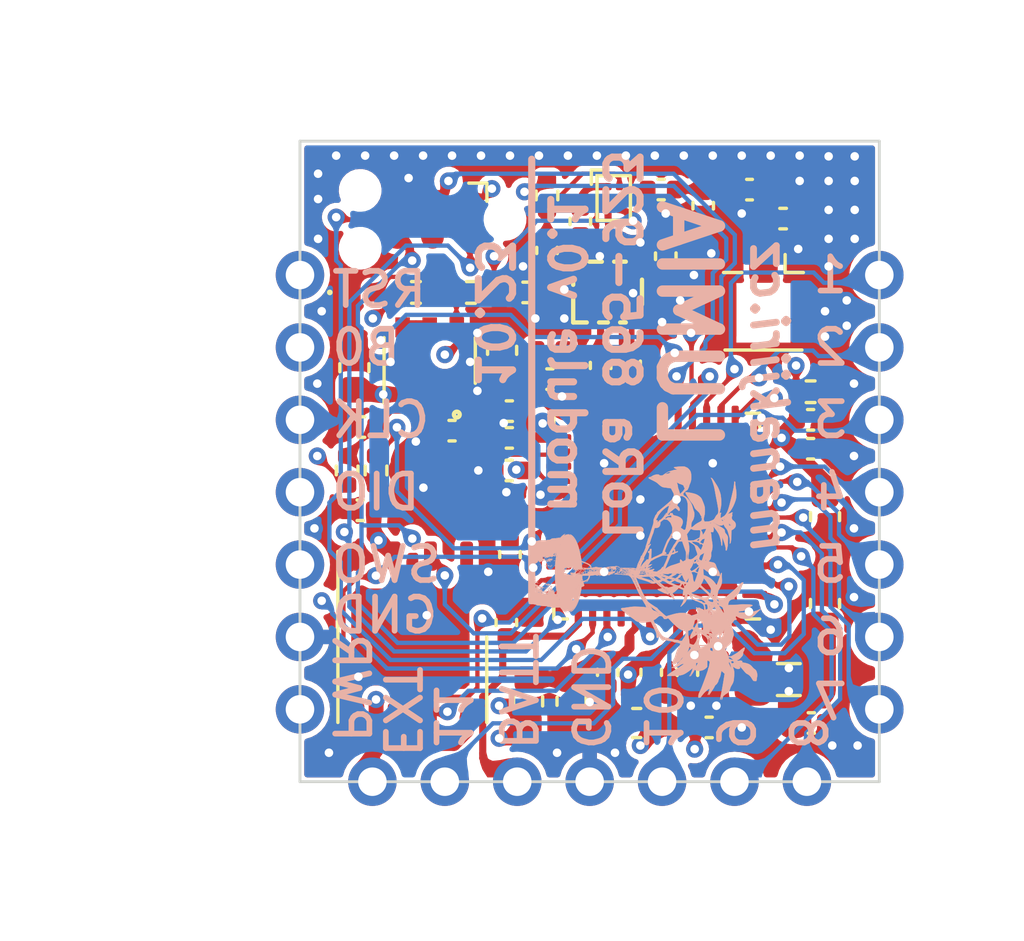
<source format=kicad_pcb>
(kicad_pcb (version 20221018) (generator pcbnew)
  (layers (0 "F.Cu" signal) (1 "In1.Cu" signal) (2 "In2.Cu" signal) (31 "B.Cu" signal) (34 "B.Paste" user) (35 "F.Paste" user) (36 "B.SilkS" user "B.Silkscreen") (37 "F.SilkS" user "F.Silkscreen") (38 "B.Mask" user) (39 "F.Mask" user) (44 "Edge.Cuts" user))
  (net 0 "")
  (net 1 "VDD")
  (net 2 "GND")
  (net 3 "/STM32WL/VDDA")
  (net 4 "/STM32WL/VDDPA")
  (net 5 "/RF frontend/RFO_LP")
  (net 6 "/RF frontend/VR_PA")
  (net 7 "/STM32WL/VLXSMPS")
  (net 8 "/RF frontend/RF_CTRL")
  (net 11 "Net-(U201-OSC_IN)")
  (net 12 "Net-(X201-Vcc)")
  (net 16 "/RF frontend/RFI_P")
  (net 17 "/RF frontend/RFI_N")
  (net 18 "/RF frontend/RF_ANT")
  (net 19 "Net-(U301-RFO_IN)")
  (net 20 "Net-(U301-RFO_OUT)")
  (net 21 "Net-(U302-RF2)")
  (net 22 "Net-(U301-RFI_IN)")
  (net 23 "Net-(U302-CTRL)")
  (net 24 "Net-(U302-VDD)")
  (net 25 "Net-(U302-RF)")
  (net 26 "Net-(C310-Pad2)")
  (net 27 "VDD_SW")
  (net 28 "Net-(Q101-G)")
  (net 29 "Net-(D101-A)")
  (net 30 "/~{VDD_SW_EN}")
  (net 31 "/Memory/MISO")
  (net 32 "/Memory/SCK")
  (net 33 "/Memory/MOSI")
  (net 34 "/Memory/~{CS}")
  (net 35 "/VBAT")
  (net 36 "/BOOT0")
  (net 37 "/NRST")
  (net 38 "/IO1")
  (net 39 "/IO2")
  (net 40 "/IO3")
  (net 41 "/IO4")
  (net 42 "/IO5")
  (net 43 "/STM32WL/LED")
  (net 44 "/IO6")
  (net 45 "/IO7")
  (net 46 "/IO8")
  (net 47 "/IO9")
  (net 48 "/Memory/~{HOLD}")
  (net 50 "/SWDIO")
  (net 51 "/SWCLK")
  (net 52 "/SWO")
  (net 53 "/IO10")
  (net 54 "/IO11")
  (net 55 "/STM32WL/VDD_TCXO")
  (net 56 "Net-(X201-OUT)")
  (footprint "Capacitor_SMD:C_0402_1005Metric" (layer "F.Cu") (at 131.826 103.279 90)
    (fp_text reference "C202" hide)
    (fp_text value "100n")
  )
  (footprint "Capacitor_SMD:C_0402_1005Metric" (layer "F.Cu") (at 139.192 107.414 -90)
    (fp_text reference "C206" hide)
    (fp_text value "100n")
  )
  (footprint "Capacitor_SMD:C_0402_1005Metric" (layer "F.Cu") (at 138.049 107.414 -90)
    (fp_text reference "C221" hide)
    (fp_text value "100n")
  )
  (footprint "Capacitor_SMD:C_0402_1005Metric" (layer "F.Cu") (at 126.622 98.806 180)
    (fp_text reference "C102" hide)
    (fp_text value "100n")
  )
  (footprint "Capacitor_SMD:C_0603_1608Metric" (layer "F.Cu") (at 133.985 108.43 -90)
    (fp_text reference "C208" hide)
    (fp_text value "4.7u")
  )
  (footprint "Capacitor_SMD:C_0402_1005Metric" (layer "F.Cu") (at 133.1244 92.6084 -90)
    (fp_text reference "C307" hide)
    (fp_text value "100n")
  )
  (footprint "Capacitor_SMD:C_0402_1005Metric" (layer "F.Cu") (at 136.779 107.414 -90)
    (fp_text reference "C220" hide)
    (fp_text value "100n")
  )
  (footprint "Package_DFN_QFN:QFN-48-1EP_7x7mm_P0.5mm_EP5.6x5.6mm" (layer "F.Cu") (at 136.974 101.931204 180)
    (fp_text reference "U201" hide)
    (fp_text value "STM32WLE5CCUx")
  )
  (footprint "Inductor_SMD:L_0402_1005Metric" (layer "F.Cu") (at 133.226 96.108)
    (fp_text reference "L301" hide)
    (fp_text value "47n")
  )
  (footprint "Inductor_SMD:L_0402_1005Metric_Pad0.77x0.64mm_HandSolder" (layer "F.Cu") (at 140.2277 90.4748)
    (fp_text reference "L302" hide)
    (fp_text value "0R")
  )
  (footprint "Capacitor_SMD:C_0402_1005Metric" (layer "F.Cu") (at 129.794 98.933)
    (fp_text reference "C201" hide)
    (fp_text value "33p")
  )
  (footprint "Capacitor_SMD:C_0402_1005Metric" (layer "F.Cu") (at 131.8036 98.2472 180)
    (fp_text reference "C217" hide)
    (fp_text value "100n")
  )
  (footprint "Capacitor_SMD:C_0603_1608Metric" (layer "F.Cu") (at 131.5496 96.1136 90)
    (fp_text reference "C301" hide)
    (fp_text value "47n")
  )
  (footprint "Resistor_SMD:R_0402_1005Metric" (layer "F.Cu") (at 127.127 100.33 90)
    (fp_text reference "R102" hide)
    (fp_text value "100k")
  )
  (footprint "Capacitor_SMD:C_0402_1005Metric_Pad0.74x0.62mm_HandSolder" (layer "F.Cu") (at 138.6021 91.0392 -90)
    (fp_text reference "C311" hide)
    (fp_text value "C")
  )
  (footprint "Resistor_SMD:R_0402_1005Metric" (layer "F.Cu") (at 126.114 100.33 -90)
    (fp_text reference "R101" hide)
    (fp_text value "1M")
  )
  (footprint "Capacitor_SMD:C_0402_1005Metric" (layer "F.Cu") (at 142.37 98.552)
    (fp_text reference "C216" hide)
    (fp_text value "100n")
  )
  (footprint "Inductor_SMD:L_0805_2012Metric" (layer "F.Cu") (at 141.605 107.668)
    (fp_text reference "L202" hide)
    (fp_text value "15u")
  )
  (footprint "lora-module:module-connectors" (layer "F.Cu") (at 134.62 101.092)
    (fp_text reference "J106" hide)
    (fp_text value "~")
  )
  (footprint "Capacitor_SMD:C_0603_1608Metric" (layer "F.Cu") (at 126.368 96.7232 90)
    (fp_text reference "C101" hide)
    (fp_text value "4.7u")
  )
  (footprint "Capacitor_SMD:C_0603_1608Metric" (layer "F.Cu") (at 136.271 109.192 180)
    (fp_text reference "C203" hide)
    (fp_text value "4.7u")
  )
  (footprint "Resistor_SMD:R_0402_1005Metric" (layer "F.Cu") (at 128.526 94.0816)
    (fp_text reference "R103" hide)
    (fp_text value "10k")
  )
  (footprint "Capacitor_SMD:C_0402_1005Metric" (layer "F.Cu") (at 138.811 109.347)
    (fp_text reference "C218" hide)
    (fp_text value "100n")
  )
  (footprint "Capacitor_SMD:C_0402_1005Metric" (layer "F.Cu") (at 135.004 96.644 90)
    (fp_text reference "C303" hide)
    (fp_text value "100p")
  )
  (footprint "lora-module:BGA8_BALFHB_STM" (layer "F.Cu") (at 135.248904 94.0691 90)
    (fp_text reference "U301" hide)
    (fp_text value "BALFHB-WL-05D3")
  )
  (footprint "Capacitor_SMD:C_0402_1005Metric" (layer "F.Cu") (at 137.1289 90.4717)
    (fp_text reference "C310" hide)
    (fp_text value "39p")
  )
  (footprint "Inductor_SMD:L_0402_1005Metric" (layer "F.Cu") (at 131.7982 101.854 180)
    (fp_text reference "L203" hide)
    (fp_text value "BLM15HG102SN1D")
  )
  (footprint "Resistor_SMD:R_0402_1005Metric" (layer "F.Cu") (at 130.4564 94.0816)
    (fp_text reference "R302" hide)
    (fp_text value "100R")
  )
  (footprint "Capacitor_SMD:C_0402_1005Metric" (layer "F.Cu") (at 131.798 100.33 180)
    (fp_text reference "C209" hide)
    (fp_text value "100n")
  )
  (footprint "Capacitor_SMD:C_0603_1608Metric" (layer "F.Cu") (at 142.875 101.95 -90)
    (fp_text reference "C214" hide)
    (fp_text value "4.7u")
  )
  (footprint "lora-module:Infineon_PG-TSNP-6-10_0.7x1.1mm_0.7x1.1mm_P0.4mm" (layer "F.Cu") (at 135.4644 90.7709)
    (fp_text reference "U302" hide)
    (fp_text value "BGS12SN6E6327XTSA1")
  )
  (footprint "Capacitor_SMD:C_0402_1005Metric" (layer "F.Cu") (at 133.226 97.124)
    (fp_text reference "C302" hide)
    (fp_text value "68p")
  )
  (footprint "Capacitor_SMD:C_0603_1608Metric" (layer "F.Cu") (at 142.875 104.998 90)
    (fp_text reference "C211" hide)
    (fp_text value "470n")
  )
  (footprint "Resistor_SMD:R_0402_1005Metric" (layer "F.Cu") (at 136.779 96.645 90)
    (fp_text reference "R201" hide)
    (fp_text value "10k")
  )
  (footprint "Capacitor_SMD:C_0402_1005Metric" (layer "F.Cu") (at 142.37 99.568)
    (fp_text reference "C207" hide)
    (fp_text value "100n")
  )
  (footprint "Package_SO:TSOP-6_1.65x3.05mm_P0.95mm" (layer "F.Cu") (at 129.0096 96.4692 90)
    (fp_text reference "Q101" hide)
    (fp_text value "PMN48XP")
  )
  (footprint "lora-module:NX2016SA_NDK" (layer "F.Cu") (at 129.286 100.925 -90)
    (fp_text reference "X201" hide)
    (fp_text value "ECS-TXO-20CSMV4")
  )
  (footprint "LED_SMD:LED_0402_1005Metric" (layer "F.Cu") (at 126.5956 94.0816)
    (fp_text reference "D101" hide)
    (fp_text value "LED")
  )
  (footprint "Resistor_SMD:R_0402_1005Metric" (layer "F.Cu") (at 142.37 97.567 180)
    (fp_text reference "R202" hide)
    (fp_text value "10k")
  )
  (footprint "Connector:Tag-Connect_TC2030-IDC-NL_2x03_P1.27mm_Vertical" (layer "F.Cu") (at 129.1112 91.5162 180)
    (fp_text reference "J102" hide)
    (fp_text value "Conn_ARM_SWD_TagConnect_TC2030-NL")
  )
  (footprint "Package_DFN_QFN:WDFN-8-1EP_6x5mm_P1.27mm_EP3.4x4mm" (layer "F.Cu") (at 128.4 106.172 -90)
    (fp_text reference "U401" hide)
    (fp_text value "SST26VF080A")
  )
  (footprint "Capacitor_SMD:C_0402_1005Metric" (layer "F.Cu") (at 131.8036 99.187 180)
    (fp_text reference "C215" hide)
    (fp_text value "33p")
  )
  (footprint "Inductor_SMD:L_0603_1608Metric" (layer "F.Cu") (at 132.461 108.43 90)
    (fp_text reference "L201" hide)
    (fp_text value "BK1608HS601-T")
  )
  (footprint "Capacitor_SMD:C_0402_1005Metric" (layer "F.Cu") (at 126.5712 101.727 180)
    (fp_text reference "C401" hide)
    (fp_text value "100n")
  )
  (footprint "Capacitor_SMD:C_0402_1005Metric" (layer "F.Cu") (at 131.699 105.664 90)
    (fp_text reference "C204" hide)
    (fp_text value "100n")
  )
  (footprint "Capacitor_SMD:C_0402_1005Metric" (layer "F.Cu") (at 134.2928 91.5924 90)
    (fp_text reference "C304" hide)
    (fp_text value "39p")
  )
  (footprint "Capacitor_SMD:C_0402_1005Metric" (layer "F.Cu") (at 132.3868 94.0816)
    (fp_text reference "C309" hide)
    (fp_text value "100n")
  )
  (footprint "Capacitor_SMD:C_0402_1005Metric" (layer "F.Cu") (at 142.395 109.192)
    (fp_text reference "C219" hide)
    (fp_text value "3.3p")
  )
  (footprint "Connector_Coaxial:U.FL_Hirose_U.FL-R-SMT-1_Vertical" (layer "F.Cu") (at 140.716 94.268 -90)
    (fp_text reference "J101" hide)
    (fp_text value "Conn_Coaxial")
  )
  (footprint "Capacitor_SMD:C_0402_1005Metric_Pad0.74x0.62mm_HandSolder" (layer "F.Cu") (at 137.29 92.8116 90)
    (fp_text reference "C305" hide)
    (fp_text value "C")
  )
  (footprint "Capacitor_SMD:C_0402_1005Metric_Pad0.74x0.62mm_HandSolder" (layer "F.Cu") (at 141.4048 91.4908)
    (fp_text reference "C312" hide)
    (fp_text value "C")
  )
  (footprint "Resistor_SMD:R_0402_1005Metric" (layer "F.Cu") (at 133.1244 90.678 -90)
    (fp_text reference "R301" hide)
    (fp_text value "100R")
  )
  (footprint "Capacitor_SMD:C_0402_1005Metric" (layer "F.Cu") (at 135.255 107.414 -90)
    (fp_text reference "C210" hide)
    (fp_text value "100n")
  )
  (footprint "bitmaps:kumquat_9.3x8" (layer "B.Cu") (at 136.87365 103.952807 90)
    (fp_text reference "G***" hide)
    (fp_text value "LOGO" hide)
  )
  (gr_line (start 132.588 104.902) (end 132.588 89.408) (stroke (width 0.25)) (layer "B.SilkS"))
  (gr_line (start 144.78 111.252) (end 124.46 111.252) (stroke (width 0.1)) (layer "Edge.Cuts"))
  (gr_line (start 124.46 111.252) (end 124.46 88.773) (stroke (width 0.1)) (layer "Edge.Cuts"))
  (gr_line (start 144.78 88.773) (end 144.78 111.252) (stroke (width 0.1)) (layer "Edge.Cuts"))
  (gr_line (start 124.46 88.773) (end 144.78 88.773) (stroke (width 0.1)) (layer "Edge.Cuts"))
  (gr_text "8" (at 142.24 110.236 -90) (layer "B.SilkS") (effects (font (size 1.2 1.2) (thickness 0.2)) (justify left mirror)))
  (gr_text "6" (at 143.764 106.172) (layer "B.SilkS") (effects (font (size 1.2 1.2) (thickness 0.2)) (justify left mirror)))
  (gr_text "7" (at 143.764 108.458) (layer "B.SilkS") (effects (font (size 1.2 1.2) (thickness 0.2)) (justify left mirror)))
  (gr_text "PWR" (at 126.238 109.982 270) (layer "B.SilkS") (effects (font (size 1.2 1.2) (thickness 0.2)) (justify left mirror)))
  (gr_text "manakjiri.cz" (at 140.208 103.378 270) (layer "B.SilkS") (effects (font (size 1.2 1.2) (thickness 0.24) bold italic) (justify left bottom mirror)))
  (gr_text "9" (at 139.7 110.236 -90) (layer "B.SilkS") (effects (font (size 1.2 1.2) (thickness 0.2)) (justify left mirror)))
  (gr_text "10" (at 137.16 110.236 -90) (layer "B.SilkS") (effects (font (size 1.2 1.2) (thickness 0.2)) (justify left mirror)))
  (gr_text "4" (at 143.764 101.092) (layer "B.SilkS") (effects (font (size 1.2 1.2) (thickness 0.2)) (justify left mirror)))
  (gr_text "BATT" (at 132.08 110.236 270) (layer "B.SilkS") (effects (font (size 1.2 1.2) (thickness 0.2)) (justify left mirror)))
  (gr_text "3" (at 143.764 98.552) (layer "B.SilkS") (effects (font (size 1.2 1.2) (thickness 0.2)) (justify left mirror)))
  (gr_text "5" (at 143.764 103.632) (layer "B.SilkS") (effects (font (size 1.2 1.2) (thickness 0.2)) (justify left mirror)))
  (gr_text "CLK" (at 125.476 98.552) (layer "B.SilkS") (effects (font (size 1.2 1.2) (thickness 0.2)) (justify right mirror)))
  (gr_text "GND" (at 125.476 105.41) (layer "B.SilkS") (effects (font (size 1.2 1.2) (thickness 0.2)) (justify right mirror)))
  (gr_text "LoRa 865-923\n module v0.1" (at 133.096 102.87 270) (layer "B.SilkS") (effects (font (size 1.2 1.2) (thickness 0.25) bold) (justify left bottom mirror)))
  (gr_text "GND" (at 134.62 110.236 -90) (layer "B.SilkS") (effects (font (size 1.2 1.2) (thickness 0.2)) (justify left mirror)))
  (gr_text "DIO" (at 125.476 101.092) (layer "B.SilkS") (effects (font (size 1.2 1.2) (thickness 0.2)) (justify right mirror)))
  (gr_text "SWO" (at 125.476 103.632) (layer "B.SilkS") (effects (font (size 1.2 1.2) (thickness 0.2)) (justify right mirror)))
  (gr_text "1" (at 143.764 93.472) (layer "B.SilkS") (effects (font (size 1.2 1.2) (thickness 0.2)) (justify left mirror)))
  (gr_text "EXT" (at 128.016 110.49 270) (layer "B.SilkS") (effects (font (size 1.2 1.2) (thickness 0.2)) (justify left mirror)))
  (gr_text "10.23" (at 130.556 97.536 270) (layer "B.SilkS") (effects (font (size 1.2 1.2) (thickness 0.25) bold) (justify left bottom mirror)))
  (gr_text "RST" (at 125.476 93.98) (layer "B.SilkS") (effects (font (size 1.2 1.2) (thickness 0.2)) (justify right mirror)))
  (gr_text "11" (at 129.794 110.236 -90) (layer "B.SilkS") (effects (font (size 1.2 1.2) (thickness 0.2)) (justify left mirror)))
  (gr_text "B0" (at 125.476 96.012) (layer "B.SilkS") (effects (font (size 1.2 1.2) (thickness 0.2)) (justify right mirror)))
  (gr_text "LUMIA" (at 136.906 99.822 270) (layer "B.SilkS") (effects (font (size 2 2) (thickness 0.4) bold) (justify left bottom mirror)))
  (gr_text "2" (at 143.764 96.012) (layer "B.SilkS") (effects (font (size 1.2 1.2) (thickness 0.2)) (justify left mirror)))
  (segment (start 132.73341 100.33) (end 133.084614 100.681204) (width 0.15) (layer "F.Cu") (net 1))
  (segment (start 137.724 106.116) (end 137.724 105.368704) (width 0.35) (layer "F.Cu") (net 1))
  (segment (start 130.7503 90.8812) (end 131.191 90.4405) (width 0.15) (layer "F.Cu") (net 1))
  (segment (start 136.779 106.934) (end 136.528 106.934) (width 0.508) (layer "F.Cu") (net 1))
  (segment (start 136.528 106.934) (end 135.969 107.493) (width 0.508) (layer "F.Cu") (net 1))
  (segment (start 132.277 100.301) (end 132.306 100.33) (width 0.3) (layer "F.Cu") (net 1))
  (segment (start 133.084614 100.681204) (end 133.5365 100.681204) (width 0.15) (layer "F.Cu") (net 1))
  (segment (start 138.724 106.095765) (end 138.724 105.368704) (width 0.35) (layer "F.Cu") (net 1))
  (segment (start 138.331 110.081) (end 138.303 110.109) (width 0.15) (layer "F.Cu") (net 1))
  (segment (start 131.9505 109.728) (end 132.461 109.2175) (width 0.5) (layer "F.Cu") (net 1))
  (segment (start 136.9605 109.192) (end 137.046 109.192) (width 0.508) (layer "F.Cu") (net 1))
  (segment (start 129.9464 94.0816) (end 129.9464 95.296) (width 0.15) (layer "F.Cu") (net 1))
  (segment (start 137.046 109.192) (end 137.201 109.347) (width 0.508) (layer "F.Cu") (net 1))
  (segment (start 129.9464 95.296) (end 129.9596 95.3092) (width 0.15) (layer "F.Cu") (net 1))
  (segment (start 135.969 107.493) (end 135.969 108.2005) (width 0.508) (layer "F.Cu") (net 1))
  (segment (start 139.124659 106.496424) (end 138.724 106.095765) (width 0.35) (layer "F.Cu") (net 1))
  (segment (start 141.89 99.568) (end 141.89 99.726) (width 0.508) (layer "F.Cu") (net 1))
  (segment (start 141.351 99.187) (end 141.351 99.091) (width 0.25) (layer "F.Cu") (net 1))
  (segment (start 137.036 106.804) (end 137.724 106.116) (width 0.35) (layer "F.Cu") (net 1))
  (segment (start 140.856796 99.681204) (end 140.4115 99.681204) (width 0.25) (layer "F.Cu") (net 1))
  (segment (start 139.124659 106.874341) (end 139.065 106.934) (width 0.25) (layer "F.Cu") (net 1))
  (segment (start 141.89 99.568) (end 141.732 99.568) (width 0.25) (layer "F.Cu") (net 1))
  (segment (start 132.047999 100.301) (end 132.277 100.301) (width 0.3) (layer "F.Cu") (net 1))
  (segment (start 141.351 99.187) (end 140.856796 99.681204) (width 0.25) (layer "F.Cu") (net 1))
  (segment (start 141.89 99.726) (end 142.875 100.711) (width 0.508) (layer "F.Cu") (net 1))
  (segment (start 132.461 109.2175) (end 132.0775 109.2175) (width 0.15) (layer "F.Cu") (net 1))
  (segment (start 139.124659 106.496424) (end 139.124659 106.874341) (width 0.25) (layer "F.Cu") (net 1))
  (segment (start 141.351 99.091) (end 141.89 98.552) (width 0.5) (layer "F.Cu") (net 1))
  (segment (start 129.9596 95.8464) (end 129.54 96.266) (width 0.15) (layer "F.Cu") (net 1))
  (segment (start 135.969 108.2005) (end 136.9605 109.192) (width 0.508) (layer "F.Cu") (net 1))
  (segment (start 136.782 106.804) (end 137.036 106.804) (width 0.25) (layer "F.Cu") (net 1))
  (segment (start 132.461 109.2175) (end 131.8285 108.585) (width 0.5) (layer "F.Cu") (net 1))
  (segment (start 141.895 98.552) (end 142.88 97.567) (width 0.25) (layer "F.Cu") (net 1))
  (segment (start 137.046 109.192) (end 137.046 109.334) (width 0.508) (layer "F.Cu") (net 1))
  (segment (start 132.306 100.33) (end 132.73341 100.33) (width 0.3) (layer "F.Cu") (net 1))
  (segment (start 142.875 100.711) (end 142.875 101.175) (width 0.508) (layer "F.Cu") (net 1))
  (segment (start 126.0855 100.84) (end 125.0675 99.822) (width 0.15) (layer "F.Cu") (net 1))
  (segment (start 141.732 99.568) (end 141.351 99.187) (width 0.5) (layer "F.Cu") (net 1))
  (segment (start 137.201 109.347) (end 138.331 109.347) (width 0.508) (layer "F.Cu") (net 1))
  (segment (start 141.89 98.552) (end 141.895 98.552) (width 0.25) (layer "F.Cu") (net 1))
  (segment (start 131.445 109.728) (end 131.9505 109.728) (width 0.5) (layer "F.Cu") (net 1))
  (segment (start 137.046 109.334) (end 136.398 109.982) (width 0.508) (layer "F.Cu") (net 1))
  (segment (start 126.114 100.84) (end 126.0855 100.84) (width 0.15) (layer "F.Cu") (net 1))
  (segment (start 130.3812 90.8812) (end 130.7503 90.8812) (width 0.15) (layer "F.Cu") (net 1))
  (segment (start 138.331 109.347) (end 138.331 110.081) (width 0.25) (layer "F.Cu") (net 1))
  (segment (start 129.9596 95.3092) (end 129.9596 95.8464) (width 0.15) (layer "F.Cu") (net 1))
  (segment (start 131.8285 108.585) (end 131.445 108.585) (width 0.5) (layer "F.Cu") (net 1))
  (via (at 139.124659 106.496424) (size 0.6) (drill 0.3) (layers "F.Cu" "B.Cu") (net 1))
  (via (at 135.969 107.493) (size 0.6) (drill 0.3) (layers "F.Cu" "B.Cu") (net 1))
  (via (at 131.445 109.728) (size 0.6) (drill 0.3) (layers "F.Cu" "B.Cu") (net 1))
  (via (at 129.54 96.266) (size 0.6) (drill 0.3) (layers "F.Cu" "B.Cu") (net 1))
  (via (at 141.351 99.187) (size 0.6) (drill 0.3) (layers "F.Cu" "B.Cu") (net 1))
  (via (at 131.191 90.4405) (size 0.6) (drill 0.3) (layers "F.Cu" "B.Cu") (net 1))
  (via (at 131.445 108.585) (size 0.6) (drill 0.3) (layers "F.Cu" "B.Cu") (net 1))
  (via (at 136.398 109.982) (size 0.6) (drill 0.3) (layers "F.Cu" "B.Cu") (net 1))
  (via (at 138.303 110.109) (size 0.6) (drill 0.3) (layers "F.Cu" "B.Cu") (net 1))
  (via (at 125.0675 99.822) (size 0.6) (drill 0.3) (layers "F.Cu" "B.Cu") (net 1))
  (via (at 132.047999 100.301) (size 0.6) (drill 0.3) (layers "F.Cu" "B.Cu") (net 1))
  (segment (start 133.650277 97.731393) (end 133.706 97.67567) (width 0.25) (layer "F.Cu") (net 2))
  (segment (start 139.192 107.894) (end 139.192 108.458) (width 0.25) (layer "F.Cu") (net 2))
  (segment (start 125.0675 97.5085) (end 126.142 98.583) (width 0.15) (layer "F.Cu") (net 2))
  (segment (start 124.968 102.362) (end 125.9405 103.3345) (width 0.15) (layer "F.Cu") (net 2))
  (segment (start 134.9756 92.8116) (end 134.9756 93.091285) (width 0.15) (layer "F.Cu") (net 2))
  (segment (start 131.699 105.184) (end 131.417 104.902) (width 0.25) (layer "F.Cu") (net 2))
  (segment (start 131.417 104.902) (end 129.67 104.902) (width 0.25) (layer "F.Cu") (net 2))
  (segment (start 138.049 108.466881) (end 138.049 107.894) (width 0.25) (layer "F.Cu") (net 2))
  (segment (start 134.9756 92.8116) (end 134.874 92.71) (width 0.15) (layer "F.Cu") (net 2))
  (segment (start 135.263415 94.0691) (end 133.8201 94.0691) (width 0.15) (layer "F.Cu") (net 2))
  (segment (start 133.8201 94.0691) (end 133.731 93.98) (width 0.15) (layer "F.Cu") (net 2))
  (segment (start 136.1061 94.0691) (end 136.144 94.107) (width 0.15) (layer "F.Cu") (net 2))
  (segment (start 134.874 92.71) (end 134.874 90.9828) (width 0.15) (layer "F.Cu") (net 2))
  (segment (start 133.706 97.67567) (end 133.706 97.124) (width 0.25) (layer "F.Cu") (net 2))
  (segment (start 129.67 104.902) (end 128.4 106.172) (width 0.15) (layer "F.Cu") (net 2))
  (segment (start 140.122296 105.368704) (end 139.724 105.368704) (width 0.25) (layer "F.Cu") (net 2))
  (segment (start 142.875 109.728) (end 142.875 109.192) (width 0.25) (layer "F.Cu") (net 2))
  (segment (start 125.0675 97.282) (end 125.0675 97.5085) (width 0.15) (layer "F.Cu") (net 2))
  (segment (start 140.208 105.283) (end 140.122296 105.368704) (width 0.25) (layer "F.Cu") (net 2))
  (segment (start 134.62 108.458) (end 134.691 108.458) (width 0.15) (layer "F.Cu") (net 2))
  (segment (start 126.142 98.583) (end 126.142 98.806) (width 0.15) (layer "F.Cu") (net 2))
  (segment (start 135.263415 93.3791) (end 135.263415 94.0691) (width 0.15) (layer "F.Cu") (net 2))
  (segment (start 144.018 109.982) (end 143.228 109.192) (width 0.25) (layer "F.Cu") (net 2))
  (segment (start 139.724 105.368704) (end 140.166704 105.368704) (width 0.25) (layer "F.Cu") (net 2))
  (segment (start 143.129 109.982) (end 142.875 109.728) (width 0.25) (layer "F.Cu") (net 2))
  (segment (start 138.167119 108.585) (end 138.049 108.466881) (width 0.25) (layer "F.Cu") (net 2))
  (segment (start 139.291 109.347) (end 139.954 109.347) (width 0.25) (layer "F.Cu") (net 2))
  (segment (start 139.192 108.458) (end 139.065 108.585) (width 0.25) (layer "F.Cu") (net 2))
  (segment (start 134.874 90.9828) (end 135.0859 90.7709) (width 0.15) (layer "F.Cu") (net 2))
  (segment (start 125.9405 103.3345) (end 126.495 103.3345) (width 0.15) (layer "F.Cu") (net 2))
  (segment (start 125.603 101.727) (end 126.0912 101.727) (width 0.15) (layer "F.Cu") (net 2))
  (segment (start 136.779 107.894) (end 138.049 107.894) (width 0.25) (layer "F.Cu") (net 2))
  (segment (start 134.9756 93.091285) (end 135.263415 93.3791) (width 0.15) (layer "F.Cu") (net 2))
  (segment (start 143.228 109.192) (end 142.875 109.192) (width 0.25) (layer "F.Cu") (net 2))
  (segment (start 134.691 108.458) (end 135.255 107.894) (width 0.15) (layer "F.Cu") (net 2))
  (segment (start 135.0859 90.7709) (end 135.2644 90.7709) (width 0.15) (layer "F.Cu") (net 2))
  (segment (start 124.968 102.362) (end 125.603 101.727) (width 0.15) (layer "F.Cu") (net 2))
  (segment (start 135.263415 94.0691) (end 136.1061 94.0691) (width 0.15) (layer "F.Cu") (net 2))
  (segment (start 138.049 107.894) (end 139.192 107.894) (width 0.25) (layer "F.Cu") (net 2))
  (via (at 136.144 94.107) (size 0.6) (drill 0.3) (layers "F.Cu" "B.Cu") (net 2))
  (via (at 138.938 100.076) (size 0.6) (drill 0.3) (layers "F.Cu" "B.Cu") (net 2))
  (via (at 125.095 89.916) (size 0.6) (drill 0.3) (layers "F.Cu" "B.Cu") (net 2))
  (via (at 125.222 94.742) (size 0.6) (drill 0.3) (layers "F.Cu" "B.Cu") (net 2))
  (via (at 143.9164 91.186) (size 0.6) (drill 0.3) (layers "F.Cu" "B.Cu") (net 2))
  (via (at 143.637 95.25) (size 0.6) (drill 0.3) (layers "F.Cu" "B.Cu") (net 2))
  (via (at 136.398 101.346) (size 0.6) (drill 0.3) (layers "F.Cu" "B.Cu") (net 2))
  (via (at 143.891 104.775) (size 0.6) (drill 0.3) (layers "F.Cu" "B.Cu") (net 2))
  (via (at 143.9164 90.17) (size 0.6) (drill 0.3) (layers "F.Cu" "B.Cu") (net 2))
  (via (at 133.858 89.281) (size 0.6) (drill 0.3) (layers "F.Cu" "B.Cu") (net 2))
  (via (at 137.922 89.281) (size 0.6) (drill 0.3) (layers "F.Cu" "B.Cu") (net 2))
  (via (at 138.167119 108.585) (size 0.6) (drill 0.3) (layers "F.Cu" "B.Cu") (net 2))
  (via (at 125.73 89.281) (size 0.6) (drill 0.3) (layers "F.Cu" "B.Cu") (net 2))
  (via (at 132.842 89.281) (size 0.6) (drill 0.3) (layers "F.Cu" "B.Cu") (net 2))
  (via (at 136.398 92.329) (size 0.6) (drill 0.3) (layers "F.Cu" "B.Cu") (net 2))
  (via (at 137.16 95.123) (size 0.6) (drill 0.3) (layers "F.Cu" "B.Cu") (net 2))
  (via (at 128.524 99.314) (size 0.6) (drill 0.3) (layers "F.Cu" "B.Cu") (net 2))
  (via (at 130.715802 100.328268) (size 0.6) (drill 0.3) (layers "F.Cu" "B.Cu") (net 2))
  (via (at 137.795 94.361) (size 0.6) (drill 0.3) (layers "F.Cu" "B.Cu") (net 2))
  (via (at 126.746 89.281) (size 0.6) (drill 0.3) (layers "F.Cu" "B.Cu") (net 2))
  (via (at 142.875 95.631) (size 0.6) (drill 0.3) (layers "F.Cu" "B.Cu") (net 2))
  (via (at 127.635 96.52) (size 0.6) (drill 0.3) (layers "F.Cu" "B.Cu") (net 2))
  (via (at 126.5085 107.569) (size 0.6) (drill 0.3) (layers "F.Cu" "B.Cu") (net 2))
  (via (at 143.891 99.822) (size 0.6) (drill 0.3) (layers "F.Cu" "B.Cu") (net 2))
  (via (at 129.794 89.281) (size 0.6) (drill 0.3) (layers "F.Cu" "B.Cu") (net 2))
  (via (at 143.002 90.17) (size 0.6) (drill 0.3) (layers "F.Cu" "B.Cu") (net 2))
  (via (at 139.954 109.347) (size 0.6) (drill 0.3) (layers "F.Cu" "B.Cu") (net 2))
  (via (at 144.018 109.982) (size 0.6) (drill 0.3) (layers "F.Cu" "B.Cu") (net 2))
  (via (at 134.874 89.281) (size 0.6) (drill 0.3) (layers "F.Cu" "B.Cu") (net 2))
  (via (at 141.9352 92.5576) (size 0.6) (drill 0.3) (layers "F.Cu" "B.Cu") (net 2))
  (via (at 127.762 89.281) (size 0.6) (drill 0.3) (layers "F.Cu" "B.Cu") (net 2))
  (via (at 133.731 94.996) (size 0.6) (drill 0.3) (layers "F.Cu" "B.Cu") (net 2))
  (via (at 143.9164 89.3064) (size 0.6) (drill 0.3) (layers "F.Cu" "B.Cu") (net 2))
  (via (at 139.065 108.585) (size 0.6) (drill 0.3) (layers "F.Cu" "B.Cu") (net 2))
  (via (at 143.002 92.202) (size 0.6) (drill 0.3) (layers "F.Cu" "B.Cu") (net 2))
  (via (at 143.002 93.1672) (size 0.6) (drill 0.3) (layers "F.Cu" "B.Cu") (net 2))
  (via (at 133.477 110.236) (size 0.6) (drill 0.3) (layers "F.Cu" "B.Cu") (net 2))
  (via (at 141.986 89.281) (size 0.6) (drill 0.3) (layers "F.Cu" "B.Cu") (net 2))
  (via (at 138.938 89.281) (size 0.6) (drill 0.3) (layers "F.Cu" "B.Cu") (net 2))
  (via (at 143.9164 92.202) (size 0.6) (drill 0.3) (layers "F.Cu" "B.Cu") (net 2))
  (via (at 143.637 94.361) (size 0.6) (drill 0.3) (layers "F.Cu" "B.Cu") (net 2))
  (via (at 141.986 90.17) (size 0.6) (drill 0.3) (layers "F.Cu" "B.Cu") (net 2))
  (via (at 143.002 91.186) (size 0.6) (drill 0.3) (layers "F.Cu" "B.Cu") (net 2))
  (via (at 132.715 94.996) (size 0.6) (drill 0.3) (layers "F.Cu" "B.Cu") (net 2))
  (via (at 138.8872 92.71) (size 0.6) (drill 0.3) (layers "F.Cu" "B.Cu") (net 2))
  (via (at 124.968 102.362) (size 0.6) (drill 0.3) (layers "F.Cu" "B.Cu") (net 2))
  (via (at 140.208 105.283) (size 0.6) (drill 0.3) (layers "F.Cu" "B.Cu") (net 2))
  (via (at 131.606379 98.667264) (size 0.6) (drill 0.3) (layers "F.Cu" "B.Cu") (net 2))
  (via (at 131.064 103.886) (size 0.6) (drill 0.3) (layers "F.Cu" "B.Cu") (net 2))
  (via (at 135.89 89.281) (size 0.6) (drill 0.3) (layers "F.Cu" "B.Cu") (net 2))
  (via (at 143.891 97.282) (size 0.6) (drill 0.3) (layers "F.Cu" "B.Cu") (net 2))
  (via (at 135.128 103.886) (size 0.6) (drill 0.3) (layers "F.Cu" "B.Cu") (net 2))
  (via (at 125.095 90.805) (size 0.6) (drill 0.3) (layers "F.Cu" "B.Cu") (net 2))
  (via (at 138.2776 93.472) (size 0.6) (drill 0.3) (layers "F.Cu" "B.Cu") (net 2))
  (via (at 128.778 89.281) (size 0.6) (drill 0.3) (layers "F.Cu" "B.Cu") (net 2))
  (via (at 128.905 105.41) (size 0.6) (drill 0.3) (layers "F.Cu" "B.Cu") (net 2))
  (via (at 125.476 110.236) (size 0.6) (drill 0.3) (layers "F.Cu" "B.Cu") (net 2))
  (via (at 142.875 94.742) (size 0.6) (drill 0.3) (layers "F.Cu" "B.Cu") (net 2))
  (via (at 130.683 95.504) (size 0.6) (drill 0.3) (layers "F.Cu" "B.Cu") (net 2))
  (via (at 136.398 102.616) (size 0.6) (drill 0.3) (layers "F.Cu" "B.Cu") (net 2))
  (via (at 137.287 91.313) (size 0.6) (drill 0.3) (layers "F.Cu" "B.Cu") (net 2))
  (via (at 137.668 102.616) (size 0.6) (drill 0.3) (layers "F.Cu" "B.Cu") (net 2))
  (via (at 143.891 102.362) (size 0.6) (drill 0.3) (layers "F.Cu" "B.Cu") (net 2))
  (via (at 128.789 100.933784) (size 0.6) (drill 0.3) (layers "F.Cu" "B.Cu") (net 2))
  (via (at 134.62 108.458) (size 0.6) (drill 0.3) (layers "F.Cu" "B.Cu") (net 2))
  (via (at 130.683 97.536) (size 0.6) (drill 0.3) (layers "F.Cu" "B.Cu") (net 2))
  (via (at 131.699 101.092) (size 0.6) (drill 0.3) (layers "F.Cu" "B.Cu") (net 2))
  (via (at 143.002 89.3064) (size 0.6) (drill 0.3) (layers "F.Cu" "B.Cu") (net 2))
  (via (at 125.095 92.202) (size 0.6) (drill 0.3) (layers "F.Cu" "B.Cu") (net 2))
  (via (at 133.650277 97.731393) (size 0.6) (drill 0.3) (layers "F.Cu" "B.Cu") (net 2))
  (via (at 125.0675 97.282) (size 0.6) (drill 0.3) (layers "F.Cu" "B.Cu") (net 2))
  (via (at 132.2832 93.1672) (size 0.6) (drill 0.3) (layers "F.Cu" "B.Cu") (net 2))
  (via (at 139.954 89.281) (size 0.6) (drill 0.3) (layers "F.Cu" "B.Cu") (net 2))
  (via (at 130.429 96.52) (size 0.6) (drill 0.3) (layers "F.Cu" "B.Cu") (net 2))
  (via (at 140.97 89.281) (size 0.6) (drill 0.3) (layers "F.Cu" "B.Cu") (net 2))
  (via (at 138.938 103.886) (size 0.6) (drill 0.3) (layers "F.Cu" "B.Cu") (net 2))
  (via (at 137.668 101.346) (size 0.6) (drill 0.3) (layers "F.Cu" "B.Cu") (net 2))
  (via (at 135.509 110.236) (size 0.6) (drill 0.3) (layers "F.Cu" "B.Cu") (net 2))
  (via (at 139.954 91.313) (size 0.6) (drill 0.3) (layers "F.Cu" "B.Cu") (net 2))
  (via (at 131.826 89.281) (size 0.6) (drill 0.3) (layers "F.Cu" "B.Cu") (net 2))
  (via (at 135.128 100.076) (size 0.6) (drill 0.3) (layers "F.Cu" "B.Cu") (net 2))
  (via (at 128.27 90.0684) (size 0.6) (drill 0.3) (layers "F.Cu" "B.Cu") (net 2))
  (via (at 143.129 109.982) (size 0.6) (drill 0.3) (layers "F.Cu" "B.Cu") (net 2))
  (via (at 136.906 89.281) (size 0.6) (drill 0.3) (layers "F.Cu" "B.Cu") (net 2))
  (via (at 133.731 93.98) (size 0.6) (drill 0.3) (layers "F.Cu" "B.Cu") (net 2))
  (via (at 134.9756 92.8116) (size 0.6) (drill 0.3) (layers "F.Cu" "B.Cu") (net 2))
  (via (at 130.81 89.281) (size 0.6) (drill 0.3) (layers "F.Cu" "B.Cu") (net 2))
  (via (at 140.97 105.918) (size 0.6) (drill 0.3) (layers "F.Cu" "B.Cu") (net 2))
  (segment (start 132.461 107.6425) (end 134.1685 107.6425) (width 0.508) (layer "F.Cu") (net 3))
  (segment (start 136.224 105.866973) (end 136.224 105.368704) (width 0.25) (layer "F.Cu") (net 3))
  (segment (start 136.017 106.553) (end 135.636 106.934) (width 0.35) (layer "F.Cu") (net 3))
  (segment (start 134.877 106.934) (end 135.255 106.934) (width 0.508) (layer "F.Cu") (net 3))
  (segment (start 134.1685 107.6425) (end 134.877 106.934) (width 0.508) (layer "F.Cu") (net 3))
  (segment (start 136.017 106.172) (end 136.017 106.073973) (width 0.25) (layer "F.Cu") (net 3))
  (segment (start 136.017 106.073973) (end 136.224 105.866973) (width 0.25) (layer "F.Cu") (net 3))
  (segment (start 136.017 106.172) (end 136.017 106.553) (width 0.35) (layer "F.Cu") (net 3))
  (segment (start 135.636 106.934) (end 135.255 106.934) (width 0.35) (layer "F.Cu") (net 3))
  (segment (start 142.6675 107.668) (end 142.875 107.4605) (width 0.508) (layer "F.Cu") (net 4))
  (segment (start 138.224 106.632) (end 138.224 105.368704) (width 0.35) (layer "F.Cu") (net 4))
  (segment (start 132.972 98.679) (end 132.972 99.181204) (width 0.35) (layer "F.Cu") (net 4))
  (segment (start 138.266 106.807) (end 138.221 106.762) (width 0.25) (layer "F.Cu") (net 4))
  (segment (start 142.6675 107.668) (end 142.6675 108.173) (width 0.508) (layer "F.Cu") (net 4))
  (segment (start 133.5365 99.181204) (end 133.530704 99.187) (width 0.25) (layer "F.Cu") (net 4))
  (segment (start 141.605 107.265563) (end 141.608169 107.262394) (width 0.508) (layer "F.Cu") (net 4))
  (segment (start 141.915 108.9255) (end 141.915 109.192) (width 0.508) (layer "F.Cu") (net 4))
  (segment (start 142.6705 105.8195) (end 142.624 105.773) (width 0.25) (layer "F.Cu") (net 4))
  (segment (start 132.894916 101.181204) (end 133.5365 101.181204) (width 0.35) (layer "F.Cu") (net 4))
  (segment (start 132.2836 99.187) (end 132.2836 98.2472) (width 0.35) (layer "F.Cu") (net 4))
  (segment (start 133.5365 99.181204) (end 132.972 99.181204) (width 0.35) (layer "F.Cu") (net 4))
  (segment (start 132.972 99.181204) (end 132.289396 99.181204) (width 0.35) (layer "F.Cu") (net 4))
  (segment (start 132.289396 99.181204) (end 132.2836 99.187) (width 0.25) (layer "F.Cu") (net 4))
  (segment (start 138.293659 106.807) (end 138.266 106.807) (width 0.25) (layer "F.Cu") (net 4))
  (via (at 141.608169 107.262394) (size 0.6) (drill 0.3) (layers "F.Cu" "B.Cu") (net 4))
  (via (at 132.972 98.679) (size 0.6) (drill 0.3) (layers "F.Cu" "B.Cu") (net 4))
  (via (at 138.293659 106.807) (size 0.6) (drill 0.3) (layers "F.Cu" "B.Cu") (net 4))
  (via (at 132.894916 101.181204) (size 0.6) (drill 0.3) (layers "F.Cu" "B.Cu") (net 4))
  (via (at 141.605 108.077) (size 0.6) (drill 0.3) (layers "F.Cu" "B.Cu") (net 4))
  (segment (start 141.608169 108.073831) (end 141.605 108.077) (width 0.508) (layer "B.Cu") (net 4))
  (segment (start 133.477 99.184) (end 132.972 98.679) (width 0.762) (layer "B.Cu") (net 4))
  (segment (start 132.894916 101.181204) (end 133.006796 101.181204) (width 0.762) (layer "B.Cu") (net 4))
  (segment (start 133.477 100.711) (end 133.477 99.184) (width 0.762) (layer "B.Cu") (net 4))
  (segment (start 133.006796 101.181204) (end 133.477 100.711) (width 0.762) (layer "B.Cu") (net 4))
  (segment (start 135.224 97.852) (end 135.004 97.632) (width 0.25) (layer "F.Cu") (net 5))
  (segment (start 133.711 96.108) (end 134.727 97.124) (width 0.25) (layer "F.Cu") (net 5))
  (segment (start 135.004 97.632) (end 135.004 97.124) (width 0.25) (layer "F.Cu") (net 5))
  (segment (start 134.727 97.124) (end 135.004 97.124) (width 0.25) (layer "F.Cu") (net 5))
  (segment (start 135.224 98.493704) (end 135.224 97.852) (width 0.25) (layer "F.Cu") (net 5))
  (segment (start 132.746 96.113) (end 132.741 96.108) (width 0.25) (layer "F.Cu") (net 6))
  (segment (start 134.013629 98.493704) (end 134.224 98.493704) (width 0.25) (layer "F.Cu") (net 6))
  (segment (start 132.746 97.124) (end 132.746 96.113) (width 0.25) (layer "F.Cu") (net 6))
  (segment (start 132.746 97.124) (end 132.746 97.226075) (width 0.25) (layer "F.Cu") (net 6))
  (segment (start 132.746 97.124) (end 131.785 97.124) (width 0.25) (layer "F.Cu") (net 6))
  (segment (start 131.785 97.124) (end 131.5496 96.8886) (width 0.25) (layer "F.Cu") (net 6))
  (segment (start 133.038893 97.933182) (end 133.306522 98.200811) (width 0.25) (layer "F.Cu") (net 6))
  (arc (start 133.306522 98.200811) (mid 133.630945 98.417584) (end 134.013629 98.493704) (width 0.25) (layer "F.Cu") (net 6))
  (arc (start 132.746 97.226075) (mid 132.82212 97.608758) (end 133.038893 97.933182) (width 0.25) (layer "F.Cu") (net 6))
  (segment (start 139.827 106.299) (end 139.609204 106.081204) (width 0.25) (layer "F.Cu") (net 7))
  (segment (start 139.224 105.783502) (end 139.224 105.368704) (width 0.25) (layer "F.Cu") (net 7))
  (segment (start 140.5425 107.668) (end 140.5425 107.257704) (width 0.25) (layer "F.Cu") (net 7))
  (segment (start 139.609204 106.081204) (end 139.521702 106.081204) (width 0.25) (layer "F.Cu") (net 7))
  (segment (start 140.081 106.299) (end 139.827 106.299) (width 0.25) (layer "F.Cu") (net 7))
  (segment (start 139.521702 106.081204) (end 139.224 105.783502) (width 0.25) (layer "F.Cu") (net 7))
  (segment (start 138.193 97.587204) (end 137.724 98.056204) (width 0.15) (layer "F.Cu") (net 8))
  (segment (start 137.724 98.056204) (end 137.724 98.493704) (width 0.15) (layer "F.Cu") (net 8))
  (segment (start 132.7414 90.551) (end 133.1244 90.168) (width 0.15) (layer "F.Cu") (net 8))
  (segment (start 138.176 95.504) (end 138.193 95.521) (width 0.15) (layer "F.Cu") (net 8))
  (segment (start 138.193 95.521) (end 138.193 97.587204) (width 0.15) (layer "F.Cu") (net 8))
  (segment (start 132.334 90.551) (end 132.7414 90.551) (width 0.15) (layer "F.Cu") (net 8))
  (via (at 138.176 95.504) (size 0.6) (drill 0.3) (layers "F.Cu" "B.Cu") (net 8))
  (via (at 132.334 90.551) (size 0.6) (drill 0.3) (layers "F.Cu" "B.Cu") (net 8))
  (segment (start 138.557 95.504) (end 138.938 95.123) (width 0.15) (layer "B.Cu") (net 8))
  (segment (start 139.4122 92.187737) (end 137.567463 90.343) (width 0.15) (layer "B.Cu") (net 8))
  (segment (start 132.542 90.343) (end 132.334 90.551) (width 0.15) (layer "B.Cu") (net 8))
  (segment (start 138.938 95.123) (end 138.938 93.401663) (width 0.15) (layer "B.Cu") (net 8))
  (segment (start 138.176 95.504) (end 138.557 95.504) (width 0.15) (layer "B.Cu") (net 8))
  (segment (start 139.4122 92.927463) (end 139.4122 92.187737) (width 0.15) (layer "B.Cu") (net 8))
  (segment (start 137.567463 90.343) (end 132.542 90.343) (width 0.15) (layer "B.Cu") (net 8))
  (segment (start 138.938 93.401663) (end 139.4122 92.927463) (width 0.15) (layer "B.Cu") (net 8))
  (segment (start 130.807001 99.776) (end 133.441704 99.776) (width 0.15) (layer "F.Cu") (net 11))
  (segment (start 133.441704 99.776) (end 133.5365 99.681204) (width 0.15) (layer "F.Cu") (net 11))
  (segment (start 130.274 98.933) (end 130.274 99.242999) (width 0.15) (layer "F.Cu") (net 11))
  (segment (start 130.274 99.242999) (end 130.807001 99.776) (width 0.15) (layer "F.Cu") (net 11))
  (segment (start 129.961 100.37) (end 129.961 100.2011) (width 0.15) (layer "F.Cu") (net 12))
  (segment (start 131.826 102.771) (end 131.826 102.489) (width 0.15) (layer "F.Cu") (net 12))
  (segment (start 131.826 102.489) (end 131.214 101.877) (width 0.15) (layer "F.Cu") (net 12))
  (segment (start 131.214 101.623) (end 129.961 100.37) (width 0.15) (layer "F.Cu") (net 12))
  (segment (start 131.214 101.877) (end 131.214 101.623) (width 0.15) (layer "F.Cu") (net 12))
  (segment (start 136.0932 97.983462) (end 136.0932 94.769308) (width 0.2) (layer "F.Cu") (net 16))
  (segment (start 136.224 98.114262) (end 136.0932 97.983462) (width 0.2) (layer "F.Cu") (net 16))
  (segment (start 136.0932 94.769308) (end 136.103408 94.7591) (width 0.2) (layer "F.Cu") (net 16))
  (segment (start 136.224 98.493704) (end 136.224 98.114262) (width 0.2) (layer "F.Cu") (net 16))
  (segment (start 135.7432 98.474504) (end 135.7432 95.235999) (width 0.2) (layer "F.Cu") (net 17))
  (segment (start 135.724 98.493704) (end 135.7432 98.474504) (width 0.2) (layer "F.Cu") (net 17))
  (segment (start 135.596753 94.882445) (end 135.473408 94.7591) (width 0.2) (layer "F.Cu") (net 17))
  (arc (start 135.596753 94.882445) (mid 135.70514 95.044657) (end 135.7432 95.235999) (width 0.2) (layer "F.Cu") (net 17))
  (segment (start 140.8002 90.4748) (end 140.8002 91.4537) (width 0.25) (layer "F.Cu") (net 18))
  (segment (start 140.8373 93.4157) (end 140.719 93.534) (width 0.25) (layer "F.Cu") (net 18))
  (segment (start 140.8373 91.4908) (end 140.8373 93.4157) (width 0.25) (layer "F.Cu") (net 18))
  (segment (start 140.8002 91.4537) (end 140.8373 91.4908) (width 0.25) (layer "F.Cu") (net 18))
  (segment (start 135.004 96.164) (end 135.004 95.235807) (width 0.25) (layer "F.Cu") (net 19))
  (segment (start 134.857553 94.882253) (end 134.7344 94.7591) (width 0.25) (layer "F.Cu") (net 19))
  (arc (start 134.857553 94.882253) (mid 134.96594 95.044465) (end 135.004 95.235807) (width 0.25) (layer "F.Cu") (net 19))
  (segment (start 134.3944 92.174) (end 134.2928 92.0724) (width 0.15) (layer "F.Cu") (net 20))
  (segment (start 134.3944 93.3791) (end 134.3944 92.174) (width 0.25) (layer "F.Cu") (net 20))
  (segment (start 134.439247 90.553953) (end 134.475854 90.517346) (width 0.25) (layer "F.Cu") (net 21))
  (segment (start 134.2928 91.1124) (end 134.2928 90.907507) (width 0.25) (layer "F.Cu") (net 21))
  (segment (start 134.829407 90.3709) (end 135.2644 90.3709) (width 0.25) (layer "F.Cu") (net 21))
  (arc (start 134.2928 90.907507) (mid 134.33086 90.716165) (end 134.439247 90.553953) (width 0.25) (layer "F.Cu") (net 21))
  (arc (start 134.475854 90.517346) (mid 134.638066 90.40896) (end 134.829407 90.3709) (width 0.25) (layer "F.Cu") (net 21))
  (segment (start 135.2644 91.35357) (end 135.2644 91.1709) (width 0.25) (layer "F.Cu") (net 22))
  (segment (start 137.29 93.3791) (end 136.103408 93.3791) (width 0.25) (layer "F.Cu") (net 22))
  (arc (start 135.2644 91.35357) (mid 135.482448 92.449773) (end 136.103408 93.3791) (width 0.25) (layer "F.Cu") (net 22))
  (segment (start 133.317543 91.188) (end 133.317543 90.964457) (width 0.15) (layer "F.Cu") (net 23))
  (segment (start 133.1244 91.188) (end 133.1244 92.1284) (width 0.15) (layer "F.Cu") (net 23))
  (segment (start 133.1244 91.188) (end 133.317543 91.188) (width 0.15) (layer "F.Cu") (net 23))
  (segment (start 133.317543 90.964457) (end 134.366 89.916) (width 0.15) (layer "F.Cu") (net 23))
  (segment (start 134.366 89.916) (end 135.4836 89.916) (width 0.15) (layer "F.Cu") (net 23))
  (segment (start 135.4836 89.916) (end 135.6644 90.0968) (width 0.15) (layer "F.Cu") (net 23))
  (segment (start 135.6644 90.0968) (end 135.6644 90.3709) (width 0.15) (layer "F.Cu") (net 23))
  (segment (start 131.2672 92.8116) (end 131.2672 93.7808) (width 0.15) (layer "F.Cu") (net 24))
  (segment (start 131.2672 93.7808) (end 130.9664 94.0816) (width 0.15) (layer "F.Cu") (net 24))
  (segment (start 135.7479 91.1709) (end 136.144 91.567) (width 0.15) (layer "F.Cu") (net 24))
  (segment (start 135.6644 91.1709) (end 135.7479 91.1709) (width 0.15) (layer "F.Cu") (net 24))
  (segment (start 130.9664 94.0816) (end 131.9068 94.0816) (width 0.15) (layer "F.Cu") (net 24))
  (via (at 131.2672 92.8116) (size 0.6) (drill 0.3) (layers "F.Cu" "B.Cu") (net 24))
  (via (at 136.144 91.567) (size 0.6) (drill 0.3) (layers "F.Cu" "B.Cu") (net 24))
  (segment (start 131.2672 92.8116) (end 131.521536 92.8116) (width 0.15) (layer "B.Cu") (net 24))
  (segment (start 132.766136 91.567) (end 136.144 91.567) (width 0.15) (layer "B.Cu") (net 24))
  (segment (start 131.521536 92.8116) (end 132.766136 91.567) (width 0.15) (layer "B.Cu") (net 24))
  (segment (start 136.496147 90.624453) (end 136.6489 90.4717) (width 0.25) (layer "F.Cu") (net 25))
  (segment (start 135.6644 90.7709) (end 136.142593 90.7709) (width 0.25) (layer "F.Cu") (net 25))
  (arc (start 136.142593 90.7709) (mid 136.333935 90.73284) (end 136.496147 90.624453) (width 0.25) (layer "F.Cu") (net 25))
  (segment (start 139.6521 90.4717) (end 139.6552 90.4748) (width 0.25) (layer "F.Cu") (net 26))
  (segment (start 137.6089 90.4717) (end 138.6021 90.4717) (width 0.25) (layer "F.Cu") (net 26))
  (segment (start 138.6021 90.4717) (end 139.6521 90.4717) (width 0.25) (layer "F.Cu") (net 26))
  (segment (start 128.0596 97.6292) (end 128.524 97.6292) (width 0.5) (layer "F.Cu") (net 27))
  (segment (start 126.5328 97.663) (end 126.368 97.4982) (width 0.5) (layer "F.Cu") (net 27))
  (segment (start 128.524 95.3092) (end 129.0096 95.3092) (width 0.5) (layer "F.Cu") (net 27))
  (segment (start 127.381 97.663) (end 126.5328 97.663) (width 0.5) (layer "F.Cu") (net 27))
  (segment (start 127.127 109.855) (end 127.194 109.922) (width 0.5) (layer "F.Cu") (net 27))
  (segment (start 127.21375 102.78325) (end 127.0512 102.6207) (width 0.5) (layer "F.Cu") (net 27))
  (segment (start 127.127 108.366587) (end 127.127 109.855) (width 0.5) (layer "F.Cu") (net 27))
  (segment (start 128.0258 97.663) (end 128.0596 97.6292) (width 0.5) (layer "F.Cu") (net 27))
  (segment (start 127.0512 101.854) (end 127.0512 102.6207) (width 0.5) (layer "F.Cu") (net 27))
  (segment (start 127.194 109.922) (end 129.854 109.922) (width 0.5) (layer "F.Cu") (net 27))
  (segment (start 127.127 110.161992) (end 127.127 109.855) (width 0.5) (layer "F.Cu") (net 27))
  (segment (start 129.854 109.922) (end 130.305 109.471) (width 0.5) (layer "F.Cu") (net 27))
  (segment (start 127 111.252) (end 127 110.288992) (width 0.5) (layer "F.Cu") (net 27))
  (segment (start 127 110.288992) (end 127.127 110.161992) (width 0.5) (layer "F.Cu") (net 27))
  (segment (start 127.0512 102.6207) (end 127.765 103.3345) (width 0.5) (layer "F.Cu") (net 27))
  (segment (start 130.305 109.471) (end 130.305 109.0095) (width 0.5) (layer "F.Cu") (net 27))
  (segment (start 128.524 95.3092) (end 128.524 97.6292) (width 0.5) (layer "F.Cu") (net 27))
  (segment (start 128.0596 95.3092) (end 128.524 95.3092) (width 0.5) (layer "F.Cu") (net 27))
  (segment (start 127.381 97.663) (end 128.0258 97.663) (width 0.5) (layer "F.Cu") (net 27))
  (segment (start 128.524 97.6292) (end 129.0096 97.6292) (width 0.5) (layer "F.Cu") (net 27))
  (via (at 127.127 108.366587) (size 0.6) (drill 0.3) (layers "F.Cu" "B.Cu") (net 27))
  (via (at 127.21375 102.78325) (size 0.6) (drill 0.3) (layers "F.Cu" "B.Cu") (net 27))
  (via (at 127.381 97.663) (size 0.6) (drill 0.3) (layers "F.Cu" "B.Cu") (net 27))
  (segment (start 127.0792 100.81) (end 127.0901 100.8209) (width 0.15) (layer "F.Cu") (net 28))
  (segment (start 127.127 98.806) (end 127.672 98.261) (width 0.15) (layer "F.Cu") (net 28))
  (segment (start 126.114 99.794) (end 127.102 98.806) (width 0.15) (layer "F.Cu") (net 28))
  (segment (start 127.102 98.806) (end 127.127 98.806) (width 0.15) (layer "F.Cu") (net 28))
  (segment (start 129.3278 98.261) (end 129.9596 97.6292) (width 0.15) (layer "F.Cu") (net 28))
  (segment (start 127.127 100.833) (end 126.114 99.82) (width 0.15) (layer "F.Cu") (net 28))
  (segment (start 127.127 100.84) (end 127.127 100.833) (width 0.15) (layer "F.Cu") (net 28))
  (segment (start 127.672 98.261) (end 129.3278 98.261) (width 0.15) (layer "F.Cu") (net 28))
  (segment (start 126.114 99.82) (end 126.114 99.794) (width 0.15) (layer "F.Cu") (net 28))
  (segment (start 127.6256 93.5366) (end 127.0806 94.0816) (width 0.15) (layer "F.Cu") (net 29))
  (segment (start 129.036 94.0816) (end 128.491 93.5366) (width 0.15) (layer "F.Cu") (net 29))
  (segment (start 128.491 93.5366) (end 127.6256 93.5366) (width 0.15) (layer "F.Cu") (net 29))
  (segment (start 133.175196 102.181204) (end 133.5365 102.181204) (width 0.15) (layer "F.Cu") (net 30))
  (segment (start 132.588 102.8192) (end 132.588 102.7684) (width 0.15) (layer "F.Cu") (net 30))
  (segment (start 127.860731 98.814732) (end 127.860731 99.086269) (width 0.15) (layer "F.Cu") (net 30))
  (segment (start 132.588 102.7684) (end 133.175196 102.181204) (width 0.15) (layer "F.Cu") (net 30))
  (segment (start 127.860731 99.086269) (end 127.127 99.82) (width 0.15) (layer "F.Cu") (net 30))
  (via (at 132.588 102.8192) (size 0.6) (drill 0.3) (layers "F.Cu" "B.Cu") (net 30))
  (via (at 127.860731 98.814732) (size 0.6) (drill 0.3) (layers "F.Cu" "B.Cu") (net 30))
  (segment (start 127.860731 98.814732) (end 127.860731 101.063731) (width 0.15) (layer "B.Cu") (net 30))
  (segment (start 132.3462 103.061) (end 132.588 102.8192) (width 0.15) (layer "B.Cu") (net 30))
  (segment (start 127.860731 101.063731) (end 129.858 103.061) (width 0.15) (layer "B.Cu") (net 30))
  (segment (start 129.858 103.061) (end 132.3462 103.061) (width 0.15) (layer "B.Cu") (net 30))
  (segment (start 140.427704 97.79) (end 139.724 98.493704) (width 0.15) (layer "F.Cu") (net 31))
  (segment (start 141.097 97.79) (end 140.427704 97.79) (width 0.15) (layer "F.Cu") (net 31))
  (segment (start 129.54 104.013) (end 129.54 103.8395) (width 0.15) (layer "F.Cu") (net 31))
  (segment (start 129.54 103.8395) (end 129.035 103.3345) (width 0.15) (layer "F.Cu") (net 31))
  (via (at 129.54 104.013) (size 0.6) (drill 0.3) (layers "F.Cu" "B.Cu") (net 31))
  (via (at 141.097 97.79) (size 0.6) (drill 0.3) (layers "F.Cu" "B.Cu") (net 31))
  (segment (start 129.54 105.029) (end 129.54 104.013) (width 0.15) (layer "B.Cu") (net 31))
  (segment (start 131.854516 106.045) (end 130.556 106.045) (width 0.15) (layer "B.Cu") (net 31))
  (segment (start 139.996589 98.381704) (end 138.38956 98.381704) (width 0.15) (layer "B.Cu") (net 31))
  (segment (start 135.682 102.217516) (end 131.854516 106.045) (width 0.15) (layer "B.Cu") (net 31))
  (segment (start 138.38956 98.381704) (end 135.682 101.089264) (width 0.15) (layer "B.Cu") (net 31))
  (segment (start 135.682 101.089264) (end 135.682 102.217516) (width 0.15) (layer "B.Cu") (net 31))
  (segment (start 141.097 97.79) (end 140.588293 97.79) (width 0.15) (layer "B.Cu") (net 31))
  (segment (start 140.588293 97.79) (end 139.996589 98.381704) (width 0.15) (layer "B.Cu") (net 31))
  (segment (start 130.556 106.045) (end 129.54 105.029) (width 0.15) (layer "B.Cu") (net 31))
  (segment (start 138.832494 97.029526) (end 138.555474 97.029526) (width 0.15) (layer "F.Cu") (net 32))
  (segment (start 130.8495 105.5205) (end 130.683 105.687) (width 0.15) (layer "F.Cu") (net 32))
  (segment (start 138.555474 97.029526) (end 138.493 97.092) (width 0.15) (layer "F.Cu") (net 32))
  (segment (start 138.493 97.711468) (end 138.224 97.980468) (width 0.15) (layer "F.Cu") (net 32))
  (segment (start 130.361 108.272) (end 128.5025 108.272) (width 0.15) (layer "F.Cu") (net 32))
  (segment (start 128.5025 108.272) (end 127.765 109.0095) (width 0.15) (layer "F.Cu") (net 32))
  (segment (start 138.224 97.980468) (end 138.224 98.493704) (width 0.15) (layer "F.Cu") (net 32))
  (segment (start 138.493 97.092) (end 138.493 97.711468) (width 0.15) (layer "F.Cu") (net 32))
  (segment (start 130.683 105.687) (end 130.683 107.95) (width 0.15) (layer "F.Cu") (net 32))
  (segment (start 130.683 107.95) (end 130.361 108.272) (width 0.15) (layer "F.Cu") (net 32))
  (via (at 130.8495 105.5205) (size 0.6) (drill 0.3) (layers "F.Cu" "B.Cu") (net 32))
  (via (at 138.832494 97.029526) (size 0.6) (drill 0.3) (layers "F.Cu" "B.Cu") (net 32))
  (segment (start 130.993 105.664) (end 131.811252 105.664) (width 0.15) (layer "B.Cu") (net 32))
  (segment (start 131.811252 105.664) (end 135.382 102.093252) (width 0.15) (layer "B.Cu") (net 32))
  (segment (start 135.382 100.965) (end 138.832494 97.514506) (width 0.15) (layer "B.Cu") (net 32))
  (segment (start 130.8495 105.5205) (end 130.993 105.664) (width 0.15) (layer "B.Cu") (net 32))
  (segment (start 138.832494 97.514506) (end 138.832494 97.029526) (width 0.15) (layer "B.Cu") (net 32))
  (segment (start 135.382 102.093252) (end 135.382 100.965) (width 0.15) (layer "B.Cu") (net 32))
  (segment (start 125.984 108.4985) (end 126.495 109.0095) (width 0.15) (layer "F.Cu") (net 33))
  (segment (start 126.481802 104.072) (end 125.984 104.569802) (width 0.15) (layer "F.Cu") (net 33))
  (segment (start 132.874 103.508379) (end 132.874 103.497884) (width 0.15) (layer "F.Cu") (net 33))
  (segment (start 127.073085 104.072) (end 126.481802 104.072) (width 0.15) (layer "F.Cu") (net 33))
  (segment (start 127.122585 104.0225) (end 127.073085 104.072) (width 0.15) (layer "F.Cu") (net 33))
  (segment (start 133.19068 103.181204) (end 133.5365 103.181204) (width 0.15) (layer "F.Cu") (net 33))
  (segment (start 132.640764 103.741615) (end 132.874 103.508379) (width 0.15) (layer "F.Cu") (net 33))
  (segment (start 132.874 103.497884) (end 133.19068 103.181204) (width 0.15) (layer "F.Cu") (net 33))
  (segment (start 125.984 104.569802) (end 125.984 108.4985) (width 0.15) (layer "F.Cu") (net 33))
  (via (at 132.640764 103.741615) (size 0.6) (drill 0.3) (layers "F.Cu" "B.Cu") (net 33))
  (via (at 127.122585 104.0225) (size 0.6) (drill 0.3) (layers "F.Cu" "B.Cu") (net 33))
  (segment (start 132.640764 103.741615) (end 132.260149 103.361) (width 0.15) (layer "B.Cu") (net 33))
  (segment (start 127.784085 103.361) (end 127.122585 104.0225) (width 0.15) (layer "B.Cu") (net 33))
  (segment (start 132.260149 103.361) (end 127.784085 103.361) (width 0.15) (layer "B.Cu") (net 33))
  (segment (start 130.305 104.058802) (end 130.305 103.3345) (width 0.15) (layer "F.Cu") (net 34))
  (segment (start 133.5365 104.181204) (end 132.927796 104.181204) (width 0.15) (layer "F.Cu") (net 34))
  (segment (start 132.588 104.521) (end 130.767198 104.521) (width 0.15) (layer "F.Cu") (net 34))
  (segment (start 132.927796 104.181204) (end 132.588 104.521) (width 0.15) (layer "F.Cu") (net 34))
  (segment (start 130.767198 104.521) (end 130.305 104.058802) (width 0.15) (layer "F.Cu") (net 34))
  (segment (start 131.572 106.271) (end 131.572 107.569) (width 0.25) (layer "F.Cu") (net 35))
  (segment (start 130.87 108.271) (end 130.87 110.423) (width 0.25) (layer "F.Cu") (net 35))
  (segment (start 130.87 110.423) (end 131.424 110.977) (width 0.25) (layer "F.Cu") (net 35))
  (segment (start 131.699 106.144) (end 131.572 106.271) (width 0.25) (layer "F.Cu") (net 35))
  (segment (start 131.424 110.977) (end 132.08 110.977) (width 0.25) (layer "F.Cu") (net 35))
  (segment (start 133.794352 106.144) (end 132.08 106.144) (width 0.25) (layer "F.Cu") (net 35))
  (segment (start 131.572 107.569) (end 130.87 108.271) (width 0.25) (layer "F.Cu") (net 35))
  (segment (start 134.224 105.714352) (end 133.794352 106.144) (width 0.25) (layer "F.Cu") (net 35))
  (segment (start 132.08 106.144) (end 131.8544 106.144) (width 0.25) (layer "F.Cu") (net 35))
  (segment (start 134.224 105.368704) (end 134.224 105.714352) (width 0.25) (layer "F.Cu") (net 35))
  (segment (start 137.036 96.771) (end 137.036 97.157) (width 0.15) (layer "F.Cu") (net 36))
  (segment (start 137.036 97.157) (end 136.724 97.469) (width 0.15) (layer "F.Cu") (net 36))
  (segment (start 136.724 97.469) (end 136.724 98.493704) (width 0.15) (layer "F.Cu") (net 36))
  (segment (start 137.6045 96.2025) (end 137.036 96.771) (width 0.15) (layer "F.Cu") (net 36))
  (via (at 137.6045 96.2025) (size 0.6) (drill 0.3) (layers "F.Cu" "B.Cu") (net 36))
  (via (at 127.2925 95.762067) (size 0.6) (drill 0.3) (layers "F.Cu" "B.Cu") (net 36))
  (segment (start 132.624537 95.648) (end 131.845537 94.869) (width 0.15) (layer "B.Cu") (net 36))
  (segment (start 128.185567 94.869) (end 127.2925 95.762067) (width 0.15) (layer "B.Cu") (net 36))
  (segment (start 137.05 95.648) (end 132.624537 95.648) (width 0.15) (layer "B.Cu") (net 36))
  (segment (start 137.6045 96.2025) (end 137.05 95.648) (width 0.15) (layer "B.Cu") (net 36))
  (segment (start 131.845537 94.869) (end 128.185567 94.869) (width 0.15) (layer "B.Cu") (net 36))
  (segment (start 141.859 96.647) (end 141.86 96.648) (width 0.15) (layer "F.Cu") (net 37))
  (segment (start 129.667 90.3254) (end 129.1112 90.8812) (width 0.15) (layer "F.Cu") (net 37))
  (segment (start 141.86 96.648) (end 141.86 97.567) (width 0.15) (layer "F.Cu") (net 37))
  (segment (start 137.668 97.028) (end 137.668 97.612204) (width 0.15) (layer "F.Cu") (net 37))
  (segment (start 137.668 97.612204) (end 137.224 98.056204) (width 0.15) (layer "F.Cu") (net 37))
  (segment (start 129.667 90.17) (end 129.667 90.3254) (width 0.15) (layer "F.Cu") (net 37))
  (segment (start 137.224 98.056204) (end 137.224 98.493704) (width 0.15) (layer "F.Cu") (net 37))
  (via (at 129.667 90.17) (size 0.6) (drill 0.3) (layers "F.Cu" "B.Cu") (net 37))
  (via (at 141.859 96.647) (size 0.6) (drill 0.3) (layers "F.Cu" "B.Cu") (net 37))
  (via (at 137.668 97.028) (size 0.6) (drill 0.3) (layers "F.Cu" "B.Cu") (net 37))
  (segment (start 137.668 97.028) (end 138.681264 96.014736) (width 0.15) (layer "B.Cu") (net 37))
  (segment (start 139.238 93.525927) (end 139.7122 93.051727) (width 0.15) (layer "B.Cu") (net 37))
  (segment (start 139.238 95.247264) (end 139.238 93.525927) (width 0.15) (layer "B.Cu") (net 37))
  (segment (start 129.921 89.916) (end 129.667 90.17) (width 0.15) (layer "B.Cu") (net 37))
  (segment (start 138.681264 96.014736) (end 138.681264 95.804) (width 0.15) (layer "B.Cu") (net 37))
  (segment (start 139.7122 93.051727) (end 139.7122 92.063473) (width 0.15) (layer "B.Cu") (net 37))
  (segment (start 138.681264 95.804) (end 139.238 95.247264) (width 0.15) (layer "B.Cu") (net 37))
  (segment (start 139.7122 92.063473) (end 137.564727 89.916) (width 0.15) (layer "B.Cu") (net 37))
  (segment (start 137.564727 89.916) (end 129.921 89.916) (width 0.15) (layer "B.Cu") (net 37))
  (segment (start 138.724 98.493704) (end 138.724 97.904732) (width 0.15) (layer "F.Cu") (net 38))
  (segment (start 139.7 96.928732) (end 139.7 96.774) (width 0.15) (layer "F.Cu") (net 38))
  (segment (start 138.724 97.904732) (end 139.7 96.928732) (width 0.15) (layer "F.Cu") (net 38))
  (via (at 139.7 96.774) (size 0.6) (drill 0.3) (layers "F.Cu" "B.Cu") (net 38))
  (segment (start 139.573 96.647) (end 139.573 93.7514) (width 0.15) (layer "B.Cu") (net 38))
  (segment (start 139.7 96.774) (end 139.573 96.647) (width 0.15) (layer "B.Cu") (net 38))
  (segment (start 142.835337 93.743) (end 144.509 93.743) (width 0.15) (layer "B.Cu") (net 38))
  (segment (start 144.509 93.743) (end 144.78 93.472) (width 0.15) (layer "B.Cu") (net 38))
  (segment (start 142.477 93.384663) (end 142.835337 93.743) (width 0.15) (layer "B.Cu") (net 38))
  (segment (start 139.573 93.7514) (end 139.939737 93.384663) (width 0.15) (layer "B.Cu") (net 38))
  (segment (start 139.939737 93.384663) (end 142.477 93.384663) (width 0.15) (layer "B.Cu") (net 38))
  (segment (start 140.201404 97.0788) (end 140.5636 97.0788) (width 0.15) (layer "F.Cu") (net 39))
  (segment (start 139.224 98.493704) (end 139.224 98.056204) (width 0.15) (layer "F.Cu") (net 39))
  (segment (start 139.224 98.056204) (end 140.201404 97.0788) (width 0.15) (layer "F.Cu") (net 39))
  (via (at 140.5636 97.0788) (size 0.6) (drill 0.3) (layers "F.Cu" "B.Cu") (net 39))
  (segment (start 144.4752 96.3168) (end 144.78 96.012) (width 0.15) (layer "B.Cu") (net 39))
  (segment (start 140.5636 96.8248) (end 141.2664 96.122) (width 0.15) (layer "B.Cu") (net 39))
  (segment (start 140.5636 97.0788) (end 140.5636 96.8248) (width 0.15) (layer "B.Cu") (net 39))
  (segment (start 142.4516 96.122) (end 142.6464 96.3168) (width 0.15) (layer "B.Cu") (net 39))
  (segment (start 141.2664 96.122) (end 142.4516 96.122) (width 0.15) (layer "B.Cu") (net 39))
  (segment (start 142.6464 96.3168) (end 144.4752 96.3168) (width 0.15) (layer "B.Cu") (net 39))
  (segment (start 140.642378 98.478378) (end 140.4115 98.709256) (width 0.15) (layer "F.Cu") (net 40))
  (segment (start 140.4115 98.709256) (end 140.4115 99.181204) (width 0.15) (layer "F.Cu") (net 40))
  (via (at 140.642378 98.478378) (size 0.6) (drill 0.3) (layers "F.Cu" "B.Cu") (net 40))
  (segment (start 141.384841 98.478378) (end 141.839463 98.933) (width 0.15) (layer "B.Cu") (net 40))
  (segment (start 141.839463 98.933) (end 144.399 98.933) (width 0.15) (layer "B.Cu") (net 40))
  (segment (start 140.642378 98.478378) (end 141.384841 98.478378) (width 0.15) (layer "B.Cu") (net 40))
  (segment (start 144.399 98.933) (end 144.78 98.552) (width 0.15) (layer "B.Cu") (net 40))
  (segment (start 140.4115 100.681204) (end 140.812494 100.681204) (width 0.15) (layer "F.Cu") (net 41))
  (segment (start 140.812494 100.681204) (end 141.2985 100.195198) (width 0.15) (layer "F.Cu") (net 41))
  (via (at 141.2985 100.195198) (size 0.6) (drill 0.3) (layers "F.Cu" "B.Cu") (net 41))
  (segment (start 142.867198 100.195198) (end 143.764 101.092) (width 0.15) (layer "B.Cu") (net 41))
  (segment (start 141.2985 100.195198) (end 142.867198 100.195198) (width 0.15) (layer "B.Cu") (net 41))
  (segment (start 143.764 101.092) (end 144.78 101.092) (width 0.15) (layer "B.Cu") (net 41))
  (segment (start 140.4115 101.181204) (end 140.849 101.181204) (width 0.15) (layer "F.Cu") (net 42))
  (segment (start 141.310006 100.720198) (end 141.889298 100.720198) (width 0.15) (layer "F.Cu") (net 42))
  (segment (start 141.889298 100.720198) (end 141.90157 100.73247) (width 0.15) (layer "F.Cu") (net 42))
  (segment (start 140.849 101.181204) (end 141.310006 100.720198) (width 0.15) (layer "F.Cu") (net 42))
  (via (at 141.90157 100.73247) (size 0.6) (drill 0.3) (layers "F.Cu" "B.Cu") (net 42))
  (segment (start 142.26147 100.73247) (end 143.366 101.837) (width 0.15) (layer "B.Cu") (net 42))
  (segment (start 144.418537 103.632) (end 144.78 103.632) (width 0.15) (layer "B.Cu") (net 42))
  (segment (start 141.90157 100.73247) (end 142.26147 100.73247) (width 0.15) (layer "B.Cu") (net 42))
  (segment (start 143.366 102.579463) (end 144.418537 103.632) (width 0.15) (layer "B.Cu") (net 42))
  (segment (start 143.366 101.837) (end 143.366 102.579463) (width 0.15) (layer "B.Cu") (net 42))
  (segment (start 127.0165 94.996) (end 127.1016 94.996) (width 0.15) (layer "F.Cu") (net 43))
  (segment (start 127.1016 94.996) (end 128.016 94.0816) (width 0.15) (layer "F.Cu") (net 43))
  (segment (start 134.724 106.020473) (end 134.724 105.368704) (width 0.15) (layer "F.Cu") (net 43))
  (segment (start 134.146741 106.597732) (end 134.724 106.020473) (width 0.15) (layer "F.Cu") (net 43))
  (via (at 125.222 104.902) (size 0.6) (drill 0.3) (layers "F.Cu" "B.Cu") (net 43))
  (via (at 134.146741 106.597732) (size 0.6) (drill 0.3) (layers "F.Cu" "B.Cu") (net 43))
  (via (at 127.0165 94.996) (size 0.6) (drill 0.3) (layers "F.Cu" "B.Cu") (net 43))
  (segment (start 125.592 105.358528) (end 127.513472 107.28) (width 0.15) (layer "B.Cu") (net 43))
  (segment (start 127.513472 107.28) (end 133.464473 107.28) (width 0.15) (layer "B.Cu") (net 43))
  (segment (start 133.464473 107.28) (end 134.146741 106.597732) (width 0.15) (layer "B.Cu") (net 43))
  (segment (start 125.222 104.902) (end 125.592 105.272) (width 0.15) (layer "B.Cu") (net 43))
  (segment (start 125.592 105.272) (end 125.592 105.358528) (width 0.15) (layer "B.Cu") (net 43))
  (segment (start 141.1275 101.681204) (end 140.4115 101.681204) (width 0.15) (layer "F.Cu") (net 44))
  (segment (start 141.351 101.457704) (end 141.1275 101.681204) (width 0.15) (layer "F.Cu") (net 44))
  (via (at 141.351 101.457704) (size 0.6) (drill 0.3) (layers "F.Cu" "B.Cu") (net 44))
  (segment (start 142.450736 101.346) (end 143.066 101.961264) (width 0.15) (layer "B.Cu") (net 44))
  (segment (start 143.066 101.961264) (end 143.066 102.703727) (width 0.15) (layer "B.Cu") (net 44))
  (segment (start 143.066 102.703727) (end 143.366 103.003727) (width 0.15) (layer "B.Cu") (net 44))
  (segment (start 143.366 104.992463) (end 144.545537 106.172) (width 0.15) (layer "B.Cu") (net 44))
  (segment (start 141.351 101.457704) (end 141.462704 101.346) (width 0.15) (layer "B.Cu") (net 44))
  (segment (start 144.545537 106.172) (end 144.78 106.172) (width 0.15) (layer "B.Cu") (net 44))
  (segment (start 143.366 103.003727) (end 143.366 104.992463) (width 0.15) (layer "B.Cu") (net 44))
  (segment (start 141.462704 101.346) (end 142.450736 101.346) (width 0.15) (layer "B.Cu") (net 44))
  (segment (start 140.755586 102.181204) (end 140.4115 102.181204) (width 0.15) (layer "F.Cu") (net 45))
  (segment (start 141.259037 101.981204) (end 140.955586 101.981204) (width 0.15) (layer "F.Cu") (net 45))
  (segment (start 141.260037 101.982204) (end 141.259037 101.981204) (width 0.15) (layer "F.Cu") (net 45))
  (segment (start 140.955586 101.981204) (end 140.755586 102.181204) (width 0.15) (layer "F.Cu") (net 45))
  (segment (start 142.113 101.982204) (end 141.260037 101.982204) (width 0.15) (layer "F.Cu") (net 45))
  (via (at 142.113 101.982204) (size 0.6) (drill 0.3) (layers "F.Cu" "B.Cu") (net 45))
  (segment (start 143.066 103.127991) (end 143.066 105.116727) (width 0.15) (layer "B.Cu") (net 45))
  (segment (start 143.705 105.755727) (end 143.705 107.862) (width 0.15) (layer "B.Cu") (net 45))
  (segment (start 142.113 102.174991) (end 143.066 103.127991) (width 0.15) (layer "B.Cu") (net 45))
  (segment (start 143.066 105.116727) (end 143.705 105.755727) (width 0.15) (layer "B.Cu") (net 45))
  (segment (start 142.113 101.982204) (end 142.113 102.174991) (width 0.15) (layer "B.Cu") (net 45))
  (segment (start 143.705 107.862) (end 144.555 108.712) (width 0.15) (layer "B.Cu") (net 45))
  (segment (start 141.176503 102.681204) (end 140.4115 102.681204) (width 0.15) (layer "F.Cu") (net 46))
  (segment (start 141.351 102.506707) (end 141.176503 102.681204) (width 0.15) (layer "F.Cu") (net 46))
  (via (at 141.351 102.506707) (size 0.6) (drill 0.3) (layers "F.Cu" "B.Cu") (net 46))
  (segment (start 143.405 108.352264) (end 142.223 109.534264) (width 0.15) (layer "B.Cu") (net 46))
  (segment (start 142.766 105.240991) (end 143.405 105.879991) (width 0.15) (layer "B.Cu") (net 46))
  (segment (start 143.405 105.879991) (end 143.405 108.352264) (width 0.15) (layer "B.Cu") (net 46))
  (segment (start 142.223 111.235) (end 142.24 111.252) (width 0.15) (layer "B.Cu") (net 46))
  (segment (start 141.351 102.506707) (end 142.020452 102.506707) (width 0.15) (layer "B.Cu") (net 46))
  (segment (start 142.223 109.534264) (end 142.223 111.235) (width 0.15) (layer "B.Cu") (net 46))
  (segment (start 142.766 103.252255) (end 142.766 105.240991) (width 0.15) (layer "B.Cu") (net 46))
  (segment (start 142.020452 102.506707) (end 142.766 103.252255) (width 0.15) (layer "B.Cu") (net 46))
  (segment (start 141.726427 103.031207) (end 140.561497 103.031207) (width 0.15) (layer "F.Cu") (net 47))
  (segment (start 140.561497 103.031207) (end 140.4115 103.181204) (width 0.15) (layer "F.Cu") (net 47))
  (segment (start 142.037669 103.342449) (end 141.726427 103.031207) (width 0.15) (layer "F.Cu") (net 47))
  (via (at 142.037669 103.342449) (size 0.6) (drill 0.3) (layers "F.Cu" "B.Cu") (net 47))
  (segment (start 143.105 106.004255) (end 143.105 108.228) (width 0.15) (layer "B.Cu") (net 47))
  (segment (start 140.081 111.252) (end 139.7 111.252) (width 0.15) (layer "B.Cu") (net 47))
  (segment (start 142.466 103.77078) (end 142.466 105.365255) (width 0.15) (layer "B.Cu") (net 47))
  (segment (start 143.105 108.228) (end 140.081 111.252) (width 0.15) (layer "B.Cu") (net 47))
  (segment (start 142.037669 103.342449) (end 142.466 103.77078) (width 0.15) (layer "B.Cu") (net 47))
  (segment (start 142.466 105.365255) (end 143.105 106.004255) (width 0.15) (layer "B.Cu") (net 47))
  (segment (start 129.6305 108.7965) (end 129.248 108.7965) (width 0.15) (layer "F.Cu") (net 48))
  (segment (start 129.248 108.7965) (end 129.035 109.0095) (width 0.15) (layer "F.Cu") (net 48))
  (segment (start 135.224 106.141) (end 135.224 105.368704) (width 0.15) (layer "F.Cu") (net 48))
  (segment (start 135.255 106.172) (end 135.224 106.141) (width 0.15) (layer "F.Cu") (net 48))
  (via (at 135.255 106.172) (size 0.6) (drill 0.3) (layers "F.Cu" "B.Cu") (net 48))
  (via (at 129.6305 108.7965) (size 0.6) (drill 0.3) (layers "F.Cu" "B.Cu") (net 48))
  (segment (start 135.255 106.172) (end 135.255 106.231936) (width 0.15) (layer "B.Cu") (net 48))
  (segment (start 130.367 108.06) (end 129.6305 108.7965) (width 0.15) (layer "B.Cu") (net 48))
  (segment (start 133.426936 108.06) (end 130.367 108.06) (width 0.15) (layer "B.Cu") (net 48))
  (segment (start 135.255 106.231936) (end 133.426936 108.06) (width 0.15) (layer "B.Cu") (net 48))
  (segment (start 133.496743 105.5695) (end 133.5365 105.529743) (width 0.15) (layer "F.Cu") (net 50))
  (segment (start 130.429 92.199) (end 130.3812 92.1512) (width 0.15) (layer "F.Cu") (net 50))
  (segment (start 133.5365 105.529743) (end 133.5365 104.681204) (width 0.15) (layer "F.Cu") (net 50))
  (segment (start 130.429 93.218) (end 130.429 92.199) (width 0.15) (layer "F.Cu") (net 50))
  (via (at 126.0175 102.48872) (size 0.6) (drill 0.3) (layers "F.Cu" "B.Cu") (net 50))
  (via (at 133.496743 105.5695) (size 0.6) (drill 0.3) (layers "F.Cu" "B.Cu") (net 50))
  (via (at 130.429 93.218) (size 0.6) (drill 0.3) (layers "F.Cu" "B.Cu") (net 50))
  (segment (start 132.386243 106.68) (end 127.762 106.68) (width 0.15) (layer "B.Cu") (net 50))
  (segment (start 126.192 94.426537) (end 128.179537 92.439) (width 0.15) (layer "B.Cu") (net 50))
  (segment (start 126.192 102.87) (end 126.192 94.426537) (width 0.15) (layer "B.Cu") (net 50))
  (segment (start 127.762 106.68) (end 126.192 105.11) (width 0.15) (layer "B.Cu") (net 50))
  (segment (start 129.65 92.439) (end 130.429 93.218) (width 0.15) (layer "B.Cu") (net 50))
  (segment (start 126.192 105.11) (end 126.192 102.87) (width 0.15) (layer "B.Cu") (net 50))
  (segment (start 126.0175 102.6955) (end 126.192 102.87) (width 0.15) (layer "B.Cu") (net 50))
  (segment (start 128.179537 92.439) (end 129.65 92.439) (width 0.15) (layer "B.Cu") (net 50))
  (segment (start 133.496743 105.5695) (end 132.386243 106.68) (width 0.15) (layer "B.Cu") (net 50))
  (segment (start 126.0175 102.48872) (end 126.0175 102.6955) (width 0.15) (layer "B.Cu") (net 50))
  (segment (start 128.4925 91.5325) (end 129.1112 92.1512) (width 0.15) (layer "F.Cu") (net 51))
  (segment (start 136.724 106.146726) (end 136.724 105.368704) (width 0.15) (layer "F.Cu") (net 51))
  (segment (start 136.74071 106.163436) (end 136.724 106.146726) (width 0.15) (layer "F.Cu") (net 51))
  (segment (start 125.8225 91.5325) (end 128.4925 91.5325) (width 0.15) (layer "F.Cu") (net 51))
  (segment (start 125.73 91.44) (end 125.8225 91.5325) (width 0.15) (layer "F.Cu") (net 51))
  (via (at 136.74071 106.163436) (size 0.6) (drill 0.3) (layers "F.Cu" "B.Cu") (net 51))
  (via (at 125.73 91.44) (size 0.6) (drill 0.3) (layers "F.Cu" "B.Cu") (net 51))
  (segment (start 125.73 92.964) (end 125.892 93.126) (width 0.15) (layer "B.Cu") (net 51))
  (segment (start 125.4925 101.4565) (end 125.892 101.057) (width 0.15) (layer "B.Cu") (net 51))
  (segment (start 125.73 91.44) (end 125.73 92.964) (width 0.15) (layer "B.Cu") (net 51))
  (segment (start 136.114274 105.537) (end 134.366 105.537) (width 0.15) (layer "B.Cu") (net 51))
  (segment (start 132.923 106.98) (end 127.637736 106.98) (width 0.15) (layer "B.Cu") (net 51))
  (segment (start 125.4925 103.1405) (end 125.4925 101.4565) (width 0.15) (layer "B.Cu") (net 51))
  (segment (start 124.46 98.552) (end 125.892 98.552) (width 0.15) (layer "B.Cu") (net 51))
  (segment (start 134.366 105.537) (end 132.923 106.98) (width 0.15) (layer "B.Cu") (net 51))
  (segment (start 136.74071 106.163436) (end 136.114274 105.537) (width 0.15) (layer "B.Cu") (net 51))
  (segment (start 125.892 93.126) (end 125.892 98.552) (width 0.15) (layer "B.Cu") (net 51))
  (segment (start 127.637736 106.98) (end 125.892 105.234264) (width 0.15) (layer "B.Cu") (net 51))
  (segment (start 125.892 105.234264) (end 125.892 103.54) (width 0.15) (layer "B.Cu") (net 51))
  (segment (start 125.892 103.54) (end 125.4925 103.1405) (width 0.15) (layer "B.Cu") (net 51))
  (segment (start 125.892 101.057) (end 125.892 98.552) (width 0.15) (layer "B.Cu") (net 51))
  (segment (start 140.752204 104.681204) (end 141.1 105.029) (width 0.15) (layer "F.Cu") (net 52))
  (segment (start 140.4115 104.681204) (end 140.752204 104.681204) (width 0.15) (layer "F.Cu") (net 52))
  (segment (start 128.397 92.707) (end 127.8412 92.1512) (width 0.15) (layer "F.Cu") (net 52))
  (segment (start 128.397 92.964) (end 128.397 92.707) (width 0.15) (layer "F.Cu") (net 52))
  (via (at 128.400459 102.721422) (size 0.6) (drill 0.3) (layers "F.Cu" "B.Cu") (net 52))
  (via (at 128.397 92.964) (size 0.6) (drill 0.3) (layers "F.Cu" "B.Cu") (net 52))
  (via (at 141.1 105.029) (size 0.6) (drill 0.3) (layers "F.Cu" "B.Cu") (net 52))
  (segment (start 141.1 105.029) (end 140.652 104.581) (width 0.15) (layer "B.Cu") (net 52))
  (segment (start 131.94378 106.38) (end 127.886264 106.38) (width 0.15) (layer "B.Cu") (net 52))
  (segment (start 126.619 95.340963) (end 126.492 95.213963) (width 0.15) (layer "B.Cu") (net 52))
  (segment (start 133.74278 104.581) (end 131.94378 106.38) (width 0.15) (layer "B.Cu") (net 52))
  (segment (start 126.492 104.985736) (end 126.492 103.910622) (width 0.15) (layer "B.Cu") (net 52))
  (segment (start 126.619 103.783622) (end 126.619 102.235) (width 0.15) (layer "B.Cu") (net 52))
  (segment (start 126.492 94.550801) (end 128.078801 92.964) (width 0.15) (layer "B.Cu") (net 52))
  (segment (start 127.937287 102.25825) (end 126.64225 102.25825) (width 0.15) (layer "B.Cu") (net 52))
  (segment (start 126.619 102.235) (end 126.619 95.340963) (width 0.15) (layer "B.Cu") (net 52))
  (segment (start 128.400459 102.721422) (end 127.937287 102.25825) (width 0.15) (layer "B.Cu") (net 52))
  (segment (start 126.492 95.213963) (end 126.492 94.550801) (width 0.15) (layer "B.Cu") (net 52))
  (segment (start 126.492 103.910622) (end 126.619 103.783622) (width 0.15) (layer "B.Cu") (net 52))
  (segment (start 140.652 104.581) (end 133.74278 104.581) (width 0.15) (layer "B.Cu") (net 52))
  (segment (start 126.64225 102.25825) (end 126.619 102.235) (width 0.15) (layer "B.Cu") (net 52))
  (segment (start 128.078801 92.964) (end 128.397 92.964) (width 0.15) (layer "B.Cu") (net 52))
  (segment (start 127.886264 106.38) (end 126.492 104.985736) (width 0.15) (layer "B.Cu") (net 52))
  (segment (start 141.174796 103.681204) (end 141.224 103.632) (width 0.15) (layer "F.Cu") (net 53))
  (segment (start 140.4115 103.681204) (end 141.174796 103.681204) (width 0.15) (layer "F.Cu") (net 53))
  (via (at 141.224 103.632) (size 0.6) (drill 0.3) (layers "F.Cu" "B.Cu") (net 53))
  (segment (start 140.398 106.743) (end 139.429 105.774) (width 0.15) (layer "B.Cu") (net 53))
  (segment (start 141.585463 103.632) (end 142.13 104.176537) (width 0.15) (layer "B.Cu") (net 53))
  (segment (start 142.13 106.071264) (end 141.458264 106.743) (width 0.15) (layer "B.Cu") (net 53))
  (segment (start 138.363264 105.774) (end 137.414 106.723264) (width 0.15) (layer "B.Cu") (net 53))
  (segment (start 137.414 110.998) (end 137.16 111.252) (width 0.15) (layer "B.Cu") (net 53))
  (segment (start 141.224 103.632) (end 141.585463 103.632) (width 0.15) (layer "B.Cu") (net 53))
  (segment (start 142.13 104.176537) (end 142.13 106.071264) (width 0.15) (layer "B.Cu") (net 53))
  (segment (start 137.414 106.723264) (end 137.414 110.998) (width 0.15) (layer "B.Cu") (net 53))
  (segment (start 141.458264 106.743) (end 140.398 106.743) (width 0.15) (layer "B.Cu") (net 53))
  (segment (start 139.429 105.774) (end 138.363264 105.774) (width 0.15) (layer "B.Cu") (net 53))
  (segment (start 140.994667 104.181204) (end 140.4115 104.181204) (width 0.15) (layer "F.Cu") (net 54))
  (segment (start 141.207463 104.394) (end 140.994667 104.181204) (width 0.15) (layer "F.Cu") (net 54))
  (segment (start 141.605 104.394) (end 141.207463 104.394) (width 0.15) (layer "F.Cu") (net 54))
  (via (at 141.605 104.394) (size 0.6) (drill 0.3) (layers "F.Cu" "B.Cu") (net 54))
  (segment (start 134.764 109.203) (end 131.227537 109.203) (width 0.15) (layer "B.Cu") (net 54))
  (segment (start 131.227537 109.203) (end 129.54 110.890537) (width 0.15) (layer "B.Cu") (net 54))
  (segment (start 129.54 110.890537) (end 129.54 111.252) (width 0.15) (layer "B.Cu") (net 54))
  (segment (start 141.625 106.152) (end 141.334 106.443) (width 0.15) (layer "B.Cu") (net 54))
  (segment (start 141.625 104.414) (end 141.625 106.152) (width 0.15) (layer "B.Cu") (net 54))
  (segment (start 135.444 108.523) (end 134.764 109.203) (width 0.15) (layer "B.Cu") (net 54))
  (segment (start 140.522264 106.443) (end 139.553264 105.474) (width 0.15) (layer "B.Cu") (net 54))
  (segment (start 135.444 107.275537) (end 135.444 108.523) (width 0.15) (layer "B.Cu") (net 54))
  (segment (start 141.605 104.394) (end 141.625 104.414) (width 0.15) (layer "B.Cu") (net 54))
  (segment (start 141.334 106.443) (end 140.522264 106.443) (width 0.15) (layer "B.Cu") (net 54))
  (segment (start 136.776264 106.936736) (end 135.782801 106.936736) (width 0.15) (layer "B.Cu") (net 54))
  (segment (start 138.239 105.474) (end 136.776264 106.936736) (width 0.15) (layer "B.Cu") (net 54))
  (segment (start 139.553264 105.474) (end 138.239 105.474) (width 0.15) (layer "B.Cu") (net 54))
  (segment (start 135.782801 106.936736) (end 135.444 107.275537) (width 0.15) (layer "B.Cu") (net 54))
  (segment (start 133.490704 101.727) (end 132.184 101.727) (width 0.15) (layer "F.Cu") (net 55))
  (segment (start 133.5365 101.681204) (end 133.490704 101.727) (width 0.15) (layer "F.Cu") (net 55))
  (segment (start 129.961 101.6489) (end 129.314 101.0019) (width 0.15) (layer "F.Cu") (net 56))
  (segment (start 129.314 101.0019) (end 129.314 98.933) (width 0.15) (layer "F.Cu") (net 56))
  (zone (net 4) (net_name "/STM32WL/VDDPA") (layer "F.Cu") (priority 2) (connect_pads yes (clearance 0.2)) (min_thickness 0.025) (fill yes (thermal_gap 0.5) (thermal_bridge_width 0.5) (smoothing fillet) (radius 0.5))
    (polygon (pts (xy 141.224 106.807) (xy 141.224 109.728) (xy 142.113 109.728) (xy 143.256 108.204) (xy 143.256 105.283) (xy 142.24 105.283)))
  )
  (zone (net 7) (net_name "/STM32WL/VLXSMPS") (layer "F.Cu") (priority 1) (connect_pads yes (clearance 0.2)) (min_thickness 0.025) (fill yes (thermal_gap 0.5) (thermal_bridge_width 0.5) (smoothing fillet) (radius 0.5))
    (polygon (pts (xy 139.446 105.918) (xy 140.335 105.918) (xy 141.097 106.807) (xy 141.097 108.585) (xy 139.7 108.585) (xy 139.7 106.68) (xy 139.446 106.426)))
  )
  (zone (net 2) (net_name "GND") (layers "F.Cu" "In1.Cu" "B.Cu") (connect_pads thru_hole_only (clearance 0.2)) (min_thickness 0.2) (fill yes (thermal_gap 0.2) (thermal_bridge_width 0.508))
    (polygon (pts (xy 119.38 83.82) (xy 149.86 83.82) (xy 149.86 116.84) (xy 119.38 116.84)))
  )
  (zone (net 4) (net_name "/STM32WL/VDDPA") (layer "B.Cu") (priority 3) (connect_pads yes (clearance 0.2)) (min_thickness 0.025) (fill yes (thermal_gap 0.5) (thermal_bridge_width 0.5) (smoothing fillet) (radius 0.5))
    (polygon (pts (xy 137.668 106.68) (xy 142.113 106.68) (xy 142.113 108.458) (xy 140.462 108.458) (xy 139.827 108.077) (xy 137.668 108.077)))
  )
)
</source>
